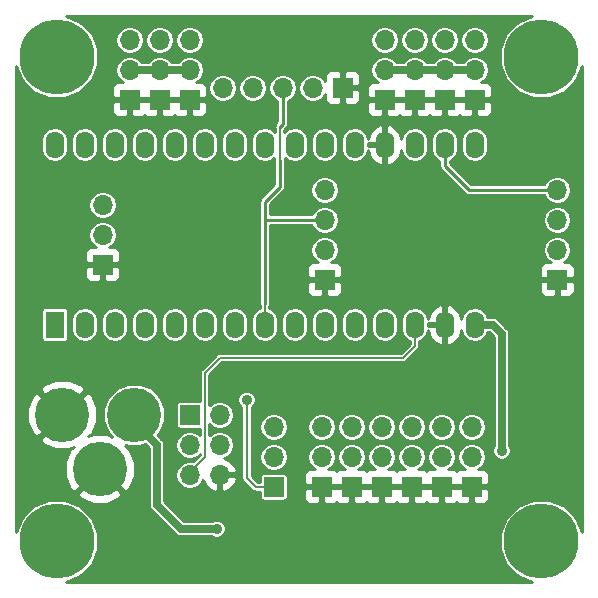
<source format=gbr>
G04 #@! TF.GenerationSoftware,KiCad,Pcbnew,(5.0.2)-1*
G04 #@! TF.CreationDate,2019-07-01T14:36:02-04:00*
G04 #@! TF.ProjectId,NANO-BKOUT,4e414e4f-2d42-44b4-9f55-542e6b696361,X1*
G04 #@! TF.SameCoordinates,Original*
G04 #@! TF.FileFunction,Copper,L2,Bot*
G04 #@! TF.FilePolarity,Positive*
%FSLAX46Y46*%
G04 Gerber Fmt 4.6, Leading zero omitted, Abs format (unit mm)*
G04 Created by KiCad (PCBNEW (5.0.2)-1) date 7/1/2019 2:36:02 PM*
%MOMM*%
%LPD*%
G01*
G04 APERTURE LIST*
G04 #@! TA.AperFunction,ComponentPad*
%ADD10R,1.574800X2.286000*%
G04 #@! TD*
G04 #@! TA.AperFunction,ComponentPad*
%ADD11O,1.574800X2.286000*%
G04 #@! TD*
G04 #@! TA.AperFunction,ComponentPad*
%ADD12R,1.700000X1.700000*%
G04 #@! TD*
G04 #@! TA.AperFunction,ComponentPad*
%ADD13O,1.700000X1.700000*%
G04 #@! TD*
G04 #@! TA.AperFunction,ComponentPad*
%ADD14C,4.600000*%
G04 #@! TD*
G04 #@! TA.AperFunction,ComponentPad*
%ADD15C,6.350000*%
G04 #@! TD*
G04 #@! TA.AperFunction,ViaPad*
%ADD16C,0.889000*%
G04 #@! TD*
G04 #@! TA.AperFunction,Conductor*
%ADD17C,0.635000*%
G04 #@! TD*
G04 #@! TA.AperFunction,Conductor*
%ADD18C,0.254000*%
G04 #@! TD*
G04 #@! TA.AperFunction,Conductor*
%ADD19C,0.152400*%
G04 #@! TD*
G04 #@! TA.AperFunction,Conductor*
%ADD20C,0.203200*%
G04 #@! TD*
G04 APERTURE END LIST*
D10*
G04 #@! TO.P,U5,1*
G04 #@! TO.N,/D13*
X3810000Y-26670000D03*
D11*
G04 #@! TO.P,U5,2*
G04 #@! TO.N,Net-(U5-Pad2)*
X6350000Y-26670000D03*
G04 #@! TO.P,U5,3*
G04 #@! TO.N,/AREF*
X8890000Y-26670000D03*
G04 #@! TO.P,U5,4*
G04 #@! TO.N,/A0*
X11430000Y-26670000D03*
G04 #@! TO.P,U5,5*
G04 #@! TO.N,/A1*
X13970000Y-26670000D03*
G04 #@! TO.P,U5,6*
G04 #@! TO.N,/A2*
X16510000Y-26670000D03*
G04 #@! TO.P,U5,7*
G04 #@! TO.N,/A3*
X19050000Y-26670000D03*
G04 #@! TO.P,U5,8*
G04 #@! TO.N,/SDA*
X21590000Y-26670000D03*
G04 #@! TO.P,U5,9*
G04 #@! TO.N,/SCL*
X24130000Y-26670000D03*
G04 #@! TO.P,U5,10*
G04 #@! TO.N,/A6*
X26670000Y-26670000D03*
G04 #@! TO.P,U5,11*
G04 #@! TO.N,/A7*
X29210000Y-26670000D03*
G04 #@! TO.P,U5,12*
G04 #@! TO.N,+5V*
X31750000Y-26670000D03*
G04 #@! TO.P,U5,13*
G04 #@! TO.N,/~RST*
X34290000Y-26670000D03*
G04 #@! TO.P,U5,14*
G04 #@! TO.N,GND*
X36830000Y-26670000D03*
G04 #@! TO.P,U5,15*
G04 #@! TO.N,+9V*
X39370000Y-26670000D03*
G04 #@! TO.P,U5,16*
G04 #@! TO.N,/D0*
X39370000Y-11430000D03*
G04 #@! TO.P,U5,17*
G04 #@! TO.N,/D1*
X36830000Y-11430000D03*
G04 #@! TO.P,U5,18*
G04 #@! TO.N,Net-(U5-Pad18)*
X34290000Y-11430000D03*
G04 #@! TO.P,U5,19*
G04 #@! TO.N,GND*
X31750000Y-11430000D03*
G04 #@! TO.P,U5,20*
G04 #@! TO.N,/D2*
X29210000Y-11430000D03*
G04 #@! TO.P,U5,21*
G04 #@! TO.N,/D3*
X26670000Y-11430000D03*
G04 #@! TO.P,U5,22*
G04 #@! TO.N,/D4*
X24130000Y-11430000D03*
G04 #@! TO.P,U5,23*
G04 #@! TO.N,/D5*
X21590000Y-11430000D03*
G04 #@! TO.P,U5,24*
G04 #@! TO.N,/D6*
X19050000Y-11430000D03*
G04 #@! TO.P,U5,25*
G04 #@! TO.N,/D7*
X16510000Y-11430000D03*
G04 #@! TO.P,U5,26*
G04 #@! TO.N,/D8*
X13970000Y-11430000D03*
G04 #@! TO.P,U5,27*
G04 #@! TO.N,/D9*
X11430000Y-11430000D03*
G04 #@! TO.P,U5,28*
G04 #@! TO.N,/D10*
X8890000Y-11430000D03*
G04 #@! TO.P,U5,29*
G04 #@! TO.N,/D11*
X6350000Y-11430000D03*
G04 #@! TO.P,U5,30*
G04 #@! TO.N,/D12*
X3810000Y-11430000D03*
G04 #@! TD*
D12*
G04 #@! TO.P,H1,1*
G04 #@! TO.N,GND*
X26416000Y-40386000D03*
D13*
G04 #@! TO.P,H1,2*
G04 #@! TO.N,Net-(H1-Pad2)*
X26416000Y-37846000D03*
G04 #@! TO.P,H1,3*
G04 #@! TO.N,/A0*
X26416000Y-35306000D03*
G04 #@! TD*
G04 #@! TO.P,H2,3*
G04 #@! TO.N,/A1*
X28956000Y-35306000D03*
G04 #@! TO.P,H2,2*
G04 #@! TO.N,Net-(H1-Pad2)*
X28956000Y-37846000D03*
D12*
G04 #@! TO.P,H2,1*
G04 #@! TO.N,GND*
X28956000Y-40386000D03*
G04 #@! TD*
G04 #@! TO.P,H3,1*
G04 #@! TO.N,GND*
X31496000Y-40386000D03*
D13*
G04 #@! TO.P,H3,2*
G04 #@! TO.N,Net-(H1-Pad2)*
X31496000Y-37846000D03*
G04 #@! TO.P,H3,3*
G04 #@! TO.N,/A2*
X31496000Y-35306000D03*
G04 #@! TD*
G04 #@! TO.P,H4,3*
G04 #@! TO.N,/A3*
X34036000Y-35306000D03*
G04 #@! TO.P,H4,2*
G04 #@! TO.N,Net-(H1-Pad2)*
X34036000Y-37846000D03*
D12*
G04 #@! TO.P,H4,1*
G04 #@! TO.N,GND*
X34036000Y-40386000D03*
G04 #@! TD*
G04 #@! TO.P,H5,1*
G04 #@! TO.N,GND*
X36576000Y-40386000D03*
D13*
G04 #@! TO.P,H5,2*
G04 #@! TO.N,Net-(H1-Pad2)*
X36576000Y-37846000D03*
G04 #@! TO.P,H5,3*
G04 #@! TO.N,/A6*
X36576000Y-35306000D03*
G04 #@! TD*
G04 #@! TO.P,H6,3*
G04 #@! TO.N,/A7*
X39116000Y-35306000D03*
G04 #@! TO.P,H6,2*
G04 #@! TO.N,Net-(H1-Pad2)*
X39116000Y-37846000D03*
D12*
G04 #@! TO.P,H6,1*
G04 #@! TO.N,GND*
X39116000Y-40386000D03*
G04 #@! TD*
G04 #@! TO.P,H7,1*
G04 #@! TO.N,GND*
X28194000Y-6604000D03*
D13*
G04 #@! TO.P,H7,2*
G04 #@! TO.N,+5V*
X25654000Y-6604000D03*
G04 #@! TO.P,H7,3*
G04 #@! TO.N,/SDA*
X23114000Y-6604000D03*
G04 #@! TO.P,H7,4*
G04 #@! TO.N,/SCL*
X20574000Y-6604000D03*
G04 #@! TO.P,H7,5*
G04 #@! TO.N,/D6*
X18034000Y-6604000D03*
G04 #@! TD*
D12*
G04 #@! TO.P,H8,1*
G04 #@! TO.N,/D12*
X15240000Y-34290000D03*
D13*
G04 #@! TO.P,H8,2*
G04 #@! TO.N,+5V*
X17780000Y-34290000D03*
G04 #@! TO.P,H8,3*
G04 #@! TO.N,/D13*
X15240000Y-36830000D03*
G04 #@! TO.P,H8,4*
G04 #@! TO.N,/D11*
X17780000Y-36830000D03*
G04 #@! TO.P,H8,5*
G04 #@! TO.N,/~RST*
X15240000Y-39370000D03*
G04 #@! TO.P,H8,6*
G04 #@! TO.N,GND*
X17780000Y-39370000D03*
G04 #@! TD*
D12*
G04 #@! TO.P,H9,1*
G04 #@! TO.N,GND*
X10160000Y-7620000D03*
D13*
G04 #@! TO.P,H9,2*
G04 #@! TO.N,+5V*
X10160000Y-5080000D03*
G04 #@! TO.P,H9,3*
G04 #@! TO.N,/D9*
X10160000Y-2540000D03*
G04 #@! TD*
G04 #@! TO.P,H10,3*
G04 #@! TO.N,/D8*
X12700000Y-2540000D03*
G04 #@! TO.P,H10,2*
G04 #@! TO.N,+5V*
X12700000Y-5080000D03*
D12*
G04 #@! TO.P,H10,1*
G04 #@! TO.N,GND*
X12700000Y-7620000D03*
G04 #@! TD*
G04 #@! TO.P,H11,1*
G04 #@! TO.N,GND*
X15240000Y-7620000D03*
D13*
G04 #@! TO.P,H11,2*
G04 #@! TO.N,+5V*
X15240000Y-5080000D03*
G04 #@! TO.P,H11,3*
G04 #@! TO.N,/D7*
X15240000Y-2540000D03*
G04 #@! TD*
D12*
G04 #@! TO.P,H12,1*
G04 #@! TO.N,GND*
X31750000Y-7620000D03*
D13*
G04 #@! TO.P,H12,2*
G04 #@! TO.N,+5V*
X31750000Y-5080000D03*
G04 #@! TO.P,H12,3*
G04 #@! TO.N,/D5*
X31750000Y-2540000D03*
G04 #@! TD*
D12*
G04 #@! TO.P,H13,1*
G04 #@! TO.N,GND*
X26670000Y-22860000D03*
D13*
G04 #@! TO.P,H13,2*
G04 #@! TO.N,+5V*
X26670000Y-20320000D03*
G04 #@! TO.P,H13,3*
G04 #@! TO.N,/SDA*
X26670000Y-17780000D03*
G04 #@! TO.P,H13,4*
G04 #@! TO.N,/SCL*
X26670000Y-15240000D03*
G04 #@! TD*
D12*
G04 #@! TO.P,H14,1*
G04 #@! TO.N,GND*
X34290000Y-7620000D03*
D13*
G04 #@! TO.P,H14,2*
G04 #@! TO.N,+5V*
X34290000Y-5080000D03*
G04 #@! TO.P,H14,3*
G04 #@! TO.N,/D4*
X34290000Y-2540000D03*
G04 #@! TD*
G04 #@! TO.P,H15,3*
G04 #@! TO.N,/D3*
X36830000Y-2540000D03*
G04 #@! TO.P,H15,2*
G04 #@! TO.N,+5V*
X36830000Y-5080000D03*
D12*
G04 #@! TO.P,H15,1*
G04 #@! TO.N,GND*
X36830000Y-7620000D03*
G04 #@! TD*
G04 #@! TO.P,H16,1*
G04 #@! TO.N,GND*
X39370000Y-7620000D03*
D13*
G04 #@! TO.P,H16,2*
G04 #@! TO.N,+5V*
X39370000Y-5080000D03*
G04 #@! TO.P,H16,3*
G04 #@! TO.N,/D2*
X39370000Y-2540000D03*
G04 #@! TD*
G04 #@! TO.P,H17,4*
G04 #@! TO.N,/D1*
X46355000Y-15240000D03*
G04 #@! TO.P,H17,3*
G04 #@! TO.N,/D0*
X46355000Y-17780000D03*
G04 #@! TO.P,H17,2*
G04 #@! TO.N,+5V*
X46355000Y-20320000D03*
D12*
G04 #@! TO.P,H17,1*
G04 #@! TO.N,GND*
X46355000Y-22860000D03*
G04 #@! TD*
D13*
G04 #@! TO.P,H18,3*
G04 #@! TO.N,+5V*
X22352000Y-35306000D03*
G04 #@! TO.P,H18,2*
G04 #@! TO.N,Net-(H1-Pad2)*
X22352000Y-37846000D03*
D12*
G04 #@! TO.P,H18,1*
G04 #@! TO.N,/AREF*
X22352000Y-40386000D03*
G04 #@! TD*
D13*
G04 #@! TO.P,H19,3*
G04 #@! TO.N,/D10*
X7874000Y-16510000D03*
G04 #@! TO.P,H19,2*
G04 #@! TO.N,+5V*
X7874000Y-19050000D03*
D12*
G04 #@! TO.P,H19,1*
G04 #@! TO.N,GND*
X7874000Y-21590000D03*
G04 #@! TD*
D14*
G04 #@! TO.P,J1,2*
G04 #@! TO.N,GND*
X4445000Y-34290000D03*
G04 #@! TO.P,J1,1*
G04 #@! TO.N,+9V*
X10545000Y-34290000D03*
G04 #@! TO.P,J1,3*
G04 #@! TO.N,GND*
X7645000Y-38890000D03*
G04 #@! TD*
D15*
G04 #@! TO.P,MTG1,1*
G04 #@! TO.N,Net-(MTG1-Pad1)*
X4000000Y-4000000D03*
G04 #@! TD*
G04 #@! TO.P,MTG2,1*
G04 #@! TO.N,Net-(MTG2-Pad1)*
X45000000Y-4000000D03*
G04 #@! TD*
G04 #@! TO.P,MTG3,1*
G04 #@! TO.N,Net-(MTG3-Pad1)*
X4000000Y-45000000D03*
G04 #@! TD*
G04 #@! TO.P,MTG4,1*
G04 #@! TO.N,Net-(MTG4-Pad1)*
X45000000Y-45000000D03*
G04 #@! TD*
D16*
G04 #@! TO.N,GND*
X36576000Y-16510000D03*
X35052000Y-19558000D03*
G04 #@! TO.N,+9V*
X41656000Y-37338000D03*
X17526000Y-43942000D03*
G04 #@! TO.N,/AREF*
X20066000Y-33020000D03*
G04 #@! TD*
D17*
G04 #@! TO.N,+5V*
X12700000Y-5080000D02*
X15240000Y-5080000D01*
X10160000Y-5080000D02*
X12700000Y-5080000D01*
X36830000Y-5080000D02*
X39370000Y-5080000D01*
X34290000Y-5080000D02*
X36830000Y-5080000D01*
X31750000Y-5080000D02*
X34290000Y-5080000D01*
G04 #@! TO.N,+9V*
X40894000Y-26670000D02*
X39370000Y-26670000D01*
X41656000Y-27432000D02*
X40894000Y-26670000D01*
X41656000Y-37338000D02*
X41656000Y-27432000D01*
X10445000Y-34290000D02*
X10445000Y-34829000D01*
X10445000Y-34829000D02*
X12446000Y-36830000D01*
X14478000Y-43942000D02*
X17526000Y-43942000D01*
X12446000Y-41910000D02*
X14478000Y-43942000D01*
X12446000Y-36830000D02*
X12446000Y-41910000D01*
D18*
G04 #@! TO.N,/SDA*
X26670000Y-17780000D02*
X21590000Y-17780000D01*
X23114000Y-6604000D02*
X23114000Y-9652000D01*
X23114000Y-9652000D02*
X22860000Y-9906000D01*
X21590000Y-24892000D02*
X21590000Y-17780000D01*
X21590000Y-17780000D02*
X21590000Y-16256000D01*
X22860000Y-14986000D02*
X22860000Y-12700000D01*
X21590000Y-16256000D02*
X22860000Y-14986000D01*
D19*
X22860000Y-9906000D02*
X22860000Y-12700000D01*
X23114000Y-9652000D02*
X22860000Y-9906000D01*
X21590000Y-24892000D02*
X21590000Y-26670000D01*
G04 #@! TO.N,/~RST*
X15240000Y-39370000D02*
X15240000Y-39116000D01*
X15240000Y-39116000D02*
X16510000Y-37846000D01*
X16510000Y-37846000D02*
X16510000Y-30734000D01*
X16510000Y-30734000D02*
X17780000Y-29464000D01*
X17780000Y-29464000D02*
X33274000Y-29464000D01*
X33274000Y-29464000D02*
X34290000Y-28448000D01*
X34290000Y-28448000D02*
X34290000Y-26670000D01*
D18*
G04 #@! TO.N,/D1*
X46355000Y-15240000D02*
X38862000Y-15240000D01*
X36830000Y-13208000D02*
X36830000Y-11430000D01*
X38862000Y-15240000D02*
X36830000Y-13208000D01*
D20*
X36830000Y-11430000D02*
X36830000Y-11938000D01*
G04 #@! TO.N,/AREF*
X22352000Y-40386000D02*
X20828000Y-40386000D01*
X20066000Y-39624000D02*
X20066000Y-33020000D01*
X20828000Y-40386000D02*
X20066000Y-39624000D01*
G04 #@! TD*
D18*
G04 #@! TO.N,GND*
G36*
X43014464Y-1028435D02*
X42028435Y-2014464D01*
X41494800Y-3302772D01*
X41494800Y-4697228D01*
X42028435Y-5985536D01*
X43014464Y-6971565D01*
X44302772Y-7505200D01*
X45697228Y-7505200D01*
X46985536Y-6971565D01*
X47971565Y-5985536D01*
X48479300Y-4759756D01*
X48479301Y-44240246D01*
X47971565Y-43014464D01*
X46985536Y-42028435D01*
X45697228Y-41494800D01*
X44302772Y-41494800D01*
X43014464Y-42028435D01*
X42028435Y-43014464D01*
X41494800Y-44302772D01*
X41494800Y-45697228D01*
X42028435Y-46985536D01*
X43014464Y-47971565D01*
X44240244Y-48479300D01*
X4759756Y-48479300D01*
X5985536Y-47971565D01*
X6971565Y-46985536D01*
X7505200Y-45697228D01*
X7505200Y-44302772D01*
X6971565Y-43014464D01*
X5985536Y-42028435D01*
X4697228Y-41494800D01*
X3302772Y-41494800D01*
X2014464Y-42028435D01*
X1028435Y-43014464D01*
X520700Y-44240244D01*
X520700Y-40981553D01*
X5733052Y-40981553D01*
X5990383Y-41383451D01*
X7070536Y-41826843D01*
X8238145Y-41823127D01*
X9299617Y-41383451D01*
X9556948Y-40981553D01*
X7645000Y-39069605D01*
X5733052Y-40981553D01*
X520700Y-40981553D01*
X520700Y-36381553D01*
X2533052Y-36381553D01*
X2790383Y-36783451D01*
X3870536Y-37226843D01*
X5038145Y-37223127D01*
X5413538Y-37067634D01*
X5151549Y-37235383D01*
X4708157Y-38315536D01*
X4711873Y-39483145D01*
X5151549Y-40544617D01*
X5553447Y-40801948D01*
X7465395Y-38890000D01*
X7451253Y-38875858D01*
X7630858Y-38696253D01*
X7645000Y-38710395D01*
X7659143Y-38696253D01*
X7838748Y-38875858D01*
X7824605Y-38890000D01*
X9736553Y-40801948D01*
X10138451Y-40544617D01*
X10581843Y-39464464D01*
X10578127Y-38296855D01*
X10138451Y-37235383D01*
X9736555Y-36978053D01*
X9849062Y-36865546D01*
X9820203Y-36836687D01*
X10021821Y-36920200D01*
X11068179Y-36920200D01*
X11458527Y-36758513D01*
X11798300Y-37098286D01*
X11798301Y-41846203D01*
X11785611Y-41910000D01*
X11835880Y-42162719D01*
X11835881Y-42162720D01*
X11979035Y-42376966D01*
X12033118Y-42413103D01*
X13974897Y-44354883D01*
X14011034Y-44408966D01*
X14196361Y-44532797D01*
X14225280Y-44552120D01*
X14478000Y-44602389D01*
X14541792Y-44589700D01*
X17078109Y-44589700D01*
X17087168Y-44598759D01*
X17371903Y-44716700D01*
X17680097Y-44716700D01*
X17964832Y-44598759D01*
X18182759Y-44380832D01*
X18300700Y-44096097D01*
X18300700Y-43787903D01*
X18182759Y-43503168D01*
X17964832Y-43285241D01*
X17680097Y-43167300D01*
X17371903Y-43167300D01*
X17087168Y-43285241D01*
X17078109Y-43294300D01*
X14746286Y-43294300D01*
X13093700Y-41641715D01*
X13093700Y-36893790D01*
X13106388Y-36830000D01*
X14036679Y-36830000D01*
X14128276Y-37290491D01*
X14389124Y-37680876D01*
X14779509Y-37941724D01*
X15123762Y-38010200D01*
X15356238Y-38010200D01*
X15700491Y-37941724D01*
X16090876Y-37680876D01*
X16103600Y-37661833D01*
X16103600Y-37677664D01*
X15552438Y-38228827D01*
X15356238Y-38189800D01*
X15123762Y-38189800D01*
X14779509Y-38258276D01*
X14389124Y-38519124D01*
X14128276Y-38909509D01*
X14036679Y-39370000D01*
X14128276Y-39830491D01*
X14389124Y-40220876D01*
X14779509Y-40481724D01*
X15123762Y-40550200D01*
X15356238Y-40550200D01*
X15700491Y-40481724D01*
X16090876Y-40220876D01*
X16351724Y-39830491D01*
X16361363Y-39782032D01*
X16508355Y-40136924D01*
X16898642Y-40565183D01*
X17423108Y-40811486D01*
X17653000Y-40690819D01*
X17653000Y-39497000D01*
X17907000Y-39497000D01*
X17907000Y-40690819D01*
X18136892Y-40811486D01*
X18661358Y-40565183D01*
X19051645Y-40136924D01*
X19221476Y-39726890D01*
X19100155Y-39497000D01*
X17907000Y-39497000D01*
X17653000Y-39497000D01*
X17633000Y-39497000D01*
X17633000Y-39243000D01*
X17653000Y-39243000D01*
X17653000Y-39223000D01*
X17907000Y-39223000D01*
X17907000Y-39243000D01*
X19100155Y-39243000D01*
X19221476Y-39013110D01*
X19051645Y-38603076D01*
X18661358Y-38174817D01*
X18187476Y-37952269D01*
X18240491Y-37941724D01*
X18630876Y-37680876D01*
X18891724Y-37290491D01*
X18983321Y-36830000D01*
X18891724Y-36369509D01*
X18630876Y-35979124D01*
X18240491Y-35718276D01*
X17896238Y-35649800D01*
X17663762Y-35649800D01*
X17319509Y-35718276D01*
X16929124Y-35979124D01*
X16916400Y-35998167D01*
X16916400Y-35121833D01*
X16929124Y-35140876D01*
X17319509Y-35401724D01*
X17663762Y-35470200D01*
X17896238Y-35470200D01*
X18240491Y-35401724D01*
X18630876Y-35140876D01*
X18891724Y-34750491D01*
X18983321Y-34290000D01*
X18891724Y-33829509D01*
X18630876Y-33439124D01*
X18240491Y-33178276D01*
X17896238Y-33109800D01*
X17663762Y-33109800D01*
X17319509Y-33178276D01*
X16929124Y-33439124D01*
X16916400Y-33458167D01*
X16916400Y-32865903D01*
X19291300Y-32865903D01*
X19291300Y-33174097D01*
X19409241Y-33458832D01*
X19627168Y-33676759D01*
X19634201Y-33679672D01*
X19634200Y-39581478D01*
X19625742Y-39624000D01*
X19634200Y-39666522D01*
X19634200Y-39666525D01*
X19659254Y-39792479D01*
X19754690Y-39935310D01*
X19790742Y-39959399D01*
X20492602Y-40661260D01*
X20516690Y-40697310D01*
X20552740Y-40721398D01*
X20552741Y-40721399D01*
X20659520Y-40792746D01*
X20828000Y-40826259D01*
X20870526Y-40817800D01*
X21165331Y-40817800D01*
X21165331Y-41236000D01*
X21190958Y-41364838D01*
X21263939Y-41474061D01*
X21373162Y-41547042D01*
X21502000Y-41572669D01*
X23202000Y-41572669D01*
X23330838Y-41547042D01*
X23440061Y-41474061D01*
X23513042Y-41364838D01*
X23538669Y-41236000D01*
X23538669Y-40671750D01*
X24931000Y-40671750D01*
X24931000Y-41362310D01*
X25027673Y-41595699D01*
X25206302Y-41774327D01*
X25439691Y-41871000D01*
X26130250Y-41871000D01*
X26289000Y-41712250D01*
X26289000Y-40513000D01*
X26543000Y-40513000D01*
X26543000Y-41712250D01*
X26701750Y-41871000D01*
X27392309Y-41871000D01*
X27625698Y-41774327D01*
X27686000Y-41714025D01*
X27746302Y-41774327D01*
X27979691Y-41871000D01*
X28670250Y-41871000D01*
X28829000Y-41712250D01*
X28829000Y-40513000D01*
X29083000Y-40513000D01*
X29083000Y-41712250D01*
X29241750Y-41871000D01*
X29932309Y-41871000D01*
X30165698Y-41774327D01*
X30226000Y-41714025D01*
X30286302Y-41774327D01*
X30519691Y-41871000D01*
X31210250Y-41871000D01*
X31369000Y-41712250D01*
X31369000Y-40513000D01*
X31623000Y-40513000D01*
X31623000Y-41712250D01*
X31781750Y-41871000D01*
X32472309Y-41871000D01*
X32705698Y-41774327D01*
X32766000Y-41714025D01*
X32826302Y-41774327D01*
X33059691Y-41871000D01*
X33750250Y-41871000D01*
X33909000Y-41712250D01*
X33909000Y-40513000D01*
X34163000Y-40513000D01*
X34163000Y-41712250D01*
X34321750Y-41871000D01*
X35012309Y-41871000D01*
X35245698Y-41774327D01*
X35306000Y-41714025D01*
X35366302Y-41774327D01*
X35599691Y-41871000D01*
X36290250Y-41871000D01*
X36449000Y-41712250D01*
X36449000Y-40513000D01*
X36703000Y-40513000D01*
X36703000Y-41712250D01*
X36861750Y-41871000D01*
X37552309Y-41871000D01*
X37785698Y-41774327D01*
X37846000Y-41714025D01*
X37906302Y-41774327D01*
X38139691Y-41871000D01*
X38830250Y-41871000D01*
X38989000Y-41712250D01*
X38989000Y-40513000D01*
X39243000Y-40513000D01*
X39243000Y-41712250D01*
X39401750Y-41871000D01*
X40092309Y-41871000D01*
X40325698Y-41774327D01*
X40504327Y-41595699D01*
X40601000Y-41362310D01*
X40601000Y-40671750D01*
X40442250Y-40513000D01*
X39243000Y-40513000D01*
X38989000Y-40513000D01*
X36703000Y-40513000D01*
X36449000Y-40513000D01*
X34163000Y-40513000D01*
X33909000Y-40513000D01*
X31623000Y-40513000D01*
X31369000Y-40513000D01*
X29083000Y-40513000D01*
X28829000Y-40513000D01*
X26543000Y-40513000D01*
X26289000Y-40513000D01*
X25089750Y-40513000D01*
X24931000Y-40671750D01*
X23538669Y-40671750D01*
X23538669Y-39536000D01*
X23513545Y-39409690D01*
X24931000Y-39409690D01*
X24931000Y-40100250D01*
X25089750Y-40259000D01*
X26289000Y-40259000D01*
X26289000Y-40239000D01*
X26543000Y-40239000D01*
X26543000Y-40259000D01*
X28829000Y-40259000D01*
X28829000Y-40239000D01*
X29083000Y-40239000D01*
X29083000Y-40259000D01*
X31369000Y-40259000D01*
X31369000Y-40239000D01*
X31623000Y-40239000D01*
X31623000Y-40259000D01*
X33909000Y-40259000D01*
X33909000Y-40239000D01*
X34163000Y-40239000D01*
X34163000Y-40259000D01*
X36449000Y-40259000D01*
X36449000Y-40239000D01*
X36703000Y-40239000D01*
X36703000Y-40259000D01*
X38989000Y-40259000D01*
X38989000Y-40239000D01*
X39243000Y-40239000D01*
X39243000Y-40259000D01*
X40442250Y-40259000D01*
X40601000Y-40100250D01*
X40601000Y-39409690D01*
X40504327Y-39176301D01*
X40325698Y-38997673D01*
X40092309Y-38901000D01*
X39661384Y-38901000D01*
X39966876Y-38696876D01*
X40227724Y-38306491D01*
X40319321Y-37846000D01*
X40227724Y-37385509D01*
X39966876Y-36995124D01*
X39576491Y-36734276D01*
X39232238Y-36665800D01*
X38999762Y-36665800D01*
X38655509Y-36734276D01*
X38265124Y-36995124D01*
X38004276Y-37385509D01*
X37912679Y-37846000D01*
X38004276Y-38306491D01*
X38265124Y-38696876D01*
X38570616Y-38901000D01*
X38139691Y-38901000D01*
X37906302Y-38997673D01*
X37846000Y-39057975D01*
X37785698Y-38997673D01*
X37552309Y-38901000D01*
X37121384Y-38901000D01*
X37426876Y-38696876D01*
X37687724Y-38306491D01*
X37779321Y-37846000D01*
X37687724Y-37385509D01*
X37426876Y-36995124D01*
X37036491Y-36734276D01*
X36692238Y-36665800D01*
X36459762Y-36665800D01*
X36115509Y-36734276D01*
X35725124Y-36995124D01*
X35464276Y-37385509D01*
X35372679Y-37846000D01*
X35464276Y-38306491D01*
X35725124Y-38696876D01*
X36030616Y-38901000D01*
X35599691Y-38901000D01*
X35366302Y-38997673D01*
X35306000Y-39057975D01*
X35245698Y-38997673D01*
X35012309Y-38901000D01*
X34581384Y-38901000D01*
X34886876Y-38696876D01*
X35147724Y-38306491D01*
X35239321Y-37846000D01*
X35147724Y-37385509D01*
X34886876Y-36995124D01*
X34496491Y-36734276D01*
X34152238Y-36665800D01*
X33919762Y-36665800D01*
X33575509Y-36734276D01*
X33185124Y-36995124D01*
X32924276Y-37385509D01*
X32832679Y-37846000D01*
X32924276Y-38306491D01*
X33185124Y-38696876D01*
X33490616Y-38901000D01*
X33059691Y-38901000D01*
X32826302Y-38997673D01*
X32766000Y-39057975D01*
X32705698Y-38997673D01*
X32472309Y-38901000D01*
X32041384Y-38901000D01*
X32346876Y-38696876D01*
X32607724Y-38306491D01*
X32699321Y-37846000D01*
X32607724Y-37385509D01*
X32346876Y-36995124D01*
X31956491Y-36734276D01*
X31612238Y-36665800D01*
X31379762Y-36665800D01*
X31035509Y-36734276D01*
X30645124Y-36995124D01*
X30384276Y-37385509D01*
X30292679Y-37846000D01*
X30384276Y-38306491D01*
X30645124Y-38696876D01*
X30950616Y-38901000D01*
X30519691Y-38901000D01*
X30286302Y-38997673D01*
X30226000Y-39057975D01*
X30165698Y-38997673D01*
X29932309Y-38901000D01*
X29501384Y-38901000D01*
X29806876Y-38696876D01*
X30067724Y-38306491D01*
X30159321Y-37846000D01*
X30067724Y-37385509D01*
X29806876Y-36995124D01*
X29416491Y-36734276D01*
X29072238Y-36665800D01*
X28839762Y-36665800D01*
X28495509Y-36734276D01*
X28105124Y-36995124D01*
X27844276Y-37385509D01*
X27752679Y-37846000D01*
X27844276Y-38306491D01*
X28105124Y-38696876D01*
X28410616Y-38901000D01*
X27979691Y-38901000D01*
X27746302Y-38997673D01*
X27686000Y-39057975D01*
X27625698Y-38997673D01*
X27392309Y-38901000D01*
X26961384Y-38901000D01*
X27266876Y-38696876D01*
X27527724Y-38306491D01*
X27619321Y-37846000D01*
X27527724Y-37385509D01*
X27266876Y-36995124D01*
X26876491Y-36734276D01*
X26532238Y-36665800D01*
X26299762Y-36665800D01*
X25955509Y-36734276D01*
X25565124Y-36995124D01*
X25304276Y-37385509D01*
X25212679Y-37846000D01*
X25304276Y-38306491D01*
X25565124Y-38696876D01*
X25870616Y-38901000D01*
X25439691Y-38901000D01*
X25206302Y-38997673D01*
X25027673Y-39176301D01*
X24931000Y-39409690D01*
X23513545Y-39409690D01*
X23513042Y-39407162D01*
X23440061Y-39297939D01*
X23330838Y-39224958D01*
X23202000Y-39199331D01*
X21502000Y-39199331D01*
X21373162Y-39224958D01*
X21263939Y-39297939D01*
X21190958Y-39407162D01*
X21165331Y-39536000D01*
X21165331Y-39954200D01*
X21006858Y-39954200D01*
X20497800Y-39445143D01*
X20497800Y-37846000D01*
X21148679Y-37846000D01*
X21240276Y-38306491D01*
X21501124Y-38696876D01*
X21891509Y-38957724D01*
X22235762Y-39026200D01*
X22468238Y-39026200D01*
X22812491Y-38957724D01*
X23202876Y-38696876D01*
X23463724Y-38306491D01*
X23555321Y-37846000D01*
X23463724Y-37385509D01*
X23202876Y-36995124D01*
X22812491Y-36734276D01*
X22468238Y-36665800D01*
X22235762Y-36665800D01*
X21891509Y-36734276D01*
X21501124Y-36995124D01*
X21240276Y-37385509D01*
X21148679Y-37846000D01*
X20497800Y-37846000D01*
X20497800Y-35306000D01*
X21148679Y-35306000D01*
X21240276Y-35766491D01*
X21501124Y-36156876D01*
X21891509Y-36417724D01*
X22235762Y-36486200D01*
X22468238Y-36486200D01*
X22812491Y-36417724D01*
X23202876Y-36156876D01*
X23463724Y-35766491D01*
X23555321Y-35306000D01*
X25212679Y-35306000D01*
X25304276Y-35766491D01*
X25565124Y-36156876D01*
X25955509Y-36417724D01*
X26299762Y-36486200D01*
X26532238Y-36486200D01*
X26876491Y-36417724D01*
X27266876Y-36156876D01*
X27527724Y-35766491D01*
X27619321Y-35306000D01*
X27752679Y-35306000D01*
X27844276Y-35766491D01*
X28105124Y-36156876D01*
X28495509Y-36417724D01*
X28839762Y-36486200D01*
X29072238Y-36486200D01*
X29416491Y-36417724D01*
X29806876Y-36156876D01*
X30067724Y-35766491D01*
X30159321Y-35306000D01*
X30292679Y-35306000D01*
X30384276Y-35766491D01*
X30645124Y-36156876D01*
X31035509Y-36417724D01*
X31379762Y-36486200D01*
X31612238Y-36486200D01*
X31956491Y-36417724D01*
X32346876Y-36156876D01*
X32607724Y-35766491D01*
X32699321Y-35306000D01*
X32832679Y-35306000D01*
X32924276Y-35766491D01*
X33185124Y-36156876D01*
X33575509Y-36417724D01*
X33919762Y-36486200D01*
X34152238Y-36486200D01*
X34496491Y-36417724D01*
X34886876Y-36156876D01*
X35147724Y-35766491D01*
X35239321Y-35306000D01*
X35372679Y-35306000D01*
X35464276Y-35766491D01*
X35725124Y-36156876D01*
X36115509Y-36417724D01*
X36459762Y-36486200D01*
X36692238Y-36486200D01*
X37036491Y-36417724D01*
X37426876Y-36156876D01*
X37687724Y-35766491D01*
X37779321Y-35306000D01*
X37912679Y-35306000D01*
X38004276Y-35766491D01*
X38265124Y-36156876D01*
X38655509Y-36417724D01*
X38999762Y-36486200D01*
X39232238Y-36486200D01*
X39576491Y-36417724D01*
X39966876Y-36156876D01*
X40227724Y-35766491D01*
X40319321Y-35306000D01*
X40227724Y-34845509D01*
X39966876Y-34455124D01*
X39576491Y-34194276D01*
X39232238Y-34125800D01*
X38999762Y-34125800D01*
X38655509Y-34194276D01*
X38265124Y-34455124D01*
X38004276Y-34845509D01*
X37912679Y-35306000D01*
X37779321Y-35306000D01*
X37687724Y-34845509D01*
X37426876Y-34455124D01*
X37036491Y-34194276D01*
X36692238Y-34125800D01*
X36459762Y-34125800D01*
X36115509Y-34194276D01*
X35725124Y-34455124D01*
X35464276Y-34845509D01*
X35372679Y-35306000D01*
X35239321Y-35306000D01*
X35147724Y-34845509D01*
X34886876Y-34455124D01*
X34496491Y-34194276D01*
X34152238Y-34125800D01*
X33919762Y-34125800D01*
X33575509Y-34194276D01*
X33185124Y-34455124D01*
X32924276Y-34845509D01*
X32832679Y-35306000D01*
X32699321Y-35306000D01*
X32607724Y-34845509D01*
X32346876Y-34455124D01*
X31956491Y-34194276D01*
X31612238Y-34125800D01*
X31379762Y-34125800D01*
X31035509Y-34194276D01*
X30645124Y-34455124D01*
X30384276Y-34845509D01*
X30292679Y-35306000D01*
X30159321Y-35306000D01*
X30067724Y-34845509D01*
X29806876Y-34455124D01*
X29416491Y-34194276D01*
X29072238Y-34125800D01*
X28839762Y-34125800D01*
X28495509Y-34194276D01*
X28105124Y-34455124D01*
X27844276Y-34845509D01*
X27752679Y-35306000D01*
X27619321Y-35306000D01*
X27527724Y-34845509D01*
X27266876Y-34455124D01*
X26876491Y-34194276D01*
X26532238Y-34125800D01*
X26299762Y-34125800D01*
X25955509Y-34194276D01*
X25565124Y-34455124D01*
X25304276Y-34845509D01*
X25212679Y-35306000D01*
X23555321Y-35306000D01*
X23463724Y-34845509D01*
X23202876Y-34455124D01*
X22812491Y-34194276D01*
X22468238Y-34125800D01*
X22235762Y-34125800D01*
X21891509Y-34194276D01*
X21501124Y-34455124D01*
X21240276Y-34845509D01*
X21148679Y-35306000D01*
X20497800Y-35306000D01*
X20497800Y-33679672D01*
X20504832Y-33676759D01*
X20722759Y-33458832D01*
X20840700Y-33174097D01*
X20840700Y-32865903D01*
X20722759Y-32581168D01*
X20504832Y-32363241D01*
X20220097Y-32245300D01*
X19911903Y-32245300D01*
X19627168Y-32363241D01*
X19409241Y-32581168D01*
X19291300Y-32865903D01*
X16916400Y-32865903D01*
X16916400Y-30902335D01*
X17948336Y-29870400D01*
X33233982Y-29870400D01*
X33274000Y-29878360D01*
X33314018Y-29870400D01*
X33314023Y-29870400D01*
X33432569Y-29846820D01*
X33566997Y-29756997D01*
X33589670Y-29723065D01*
X34549069Y-28763667D01*
X34582997Y-28740997D01*
X34672820Y-28606569D01*
X34696400Y-28488023D01*
X34696400Y-28488018D01*
X34704360Y-28448000D01*
X34696400Y-28407982D01*
X34696400Y-28084257D01*
X34726066Y-28078356D01*
X35095745Y-27831345D01*
X35342756Y-27461666D01*
X35407600Y-27135673D01*
X35407600Y-27152600D01*
X35564475Y-27687262D01*
X35914014Y-28121191D01*
X36403004Y-28388327D01*
X36482940Y-28405010D01*
X36703000Y-28282852D01*
X36703000Y-26797000D01*
X35407600Y-26797000D01*
X35407600Y-26543000D01*
X36703000Y-26543000D01*
X36703000Y-25057148D01*
X36957000Y-25057148D01*
X36957000Y-26543000D01*
X36977000Y-26543000D01*
X36977000Y-26797000D01*
X36957000Y-26797000D01*
X36957000Y-28282852D01*
X37177060Y-28405010D01*
X37256996Y-28388327D01*
X37745986Y-28121191D01*
X38095525Y-27687262D01*
X38252400Y-27152600D01*
X38252400Y-27135673D01*
X38317244Y-27461666D01*
X38564256Y-27831345D01*
X38933935Y-28078356D01*
X39370000Y-28165095D01*
X39806066Y-28078356D01*
X40175745Y-27831345D01*
X40422756Y-27461666D01*
X40451393Y-27317700D01*
X40625714Y-27317700D01*
X41008301Y-27700287D01*
X41008300Y-36890109D01*
X40999241Y-36899168D01*
X40881300Y-37183903D01*
X40881300Y-37492097D01*
X40999241Y-37776832D01*
X41217168Y-37994759D01*
X41501903Y-38112700D01*
X41810097Y-38112700D01*
X42094832Y-37994759D01*
X42312759Y-37776832D01*
X42430700Y-37492097D01*
X42430700Y-37183903D01*
X42312759Y-36899168D01*
X42303700Y-36890109D01*
X42303700Y-27495792D01*
X42316389Y-27432000D01*
X42266120Y-27179280D01*
X42159101Y-27019114D01*
X42122966Y-26965034D01*
X42068886Y-26928899D01*
X41397104Y-26257119D01*
X41360966Y-26203034D01*
X41146720Y-26059880D01*
X40957792Y-26022300D01*
X40894000Y-26009611D01*
X40830208Y-26022300D01*
X40451393Y-26022300D01*
X40422756Y-25878334D01*
X40175745Y-25508655D01*
X39806065Y-25261644D01*
X39370000Y-25174905D01*
X38933934Y-25261644D01*
X38564255Y-25508655D01*
X38317244Y-25878335D01*
X38252400Y-26204327D01*
X38252400Y-26187400D01*
X38095525Y-25652738D01*
X37745986Y-25218809D01*
X37256996Y-24951673D01*
X37177060Y-24934990D01*
X36957000Y-25057148D01*
X36703000Y-25057148D01*
X36482940Y-24934990D01*
X36403004Y-24951673D01*
X35914014Y-25218809D01*
X35564475Y-25652738D01*
X35407600Y-26187400D01*
X35407600Y-26204327D01*
X35342756Y-25878334D01*
X35095745Y-25508655D01*
X34726065Y-25261644D01*
X34290000Y-25174905D01*
X33853934Y-25261644D01*
X33484255Y-25508655D01*
X33237244Y-25878335D01*
X33172400Y-26204328D01*
X33172400Y-27135673D01*
X33237244Y-27461666D01*
X33484256Y-27831345D01*
X33853935Y-28078356D01*
X33883600Y-28084257D01*
X33883600Y-28279664D01*
X33105665Y-29057600D01*
X17820017Y-29057600D01*
X17779999Y-29049640D01*
X17739981Y-29057600D01*
X17739977Y-29057600D01*
X17621431Y-29081180D01*
X17487003Y-29171003D01*
X17464332Y-29204932D01*
X16250933Y-30418332D01*
X16217004Y-30441003D01*
X16194333Y-30474932D01*
X16194332Y-30474933D01*
X16127181Y-30575431D01*
X16095640Y-30734000D01*
X16103601Y-30774023D01*
X16103601Y-33106036D01*
X16090000Y-33103331D01*
X14390000Y-33103331D01*
X14261162Y-33128958D01*
X14151939Y-33201939D01*
X14078958Y-33311162D01*
X14053331Y-33440000D01*
X14053331Y-35140000D01*
X14078958Y-35268838D01*
X14151939Y-35378061D01*
X14261162Y-35451042D01*
X14390000Y-35476669D01*
X16090000Y-35476669D01*
X16103600Y-35473964D01*
X16103600Y-35998167D01*
X16090876Y-35979124D01*
X15700491Y-35718276D01*
X15356238Y-35649800D01*
X15123762Y-35649800D01*
X14779509Y-35718276D01*
X14389124Y-35979124D01*
X14128276Y-36369509D01*
X14036679Y-36830000D01*
X13106388Y-36830000D01*
X13106389Y-36829999D01*
X13076799Y-36681241D01*
X13056120Y-36577280D01*
X12912966Y-36363034D01*
X12858884Y-36326898D01*
X12543325Y-36011340D01*
X12774776Y-35779889D01*
X13175200Y-34813179D01*
X13175200Y-33766821D01*
X12774776Y-32800111D01*
X12034889Y-32060224D01*
X11068179Y-31659800D01*
X10021821Y-31659800D01*
X9055111Y-32060224D01*
X8315224Y-32800111D01*
X7914800Y-33766821D01*
X7914800Y-34813179D01*
X8315224Y-35779889D01*
X8675823Y-36140488D01*
X8219464Y-35953157D01*
X7051855Y-35956873D01*
X6676462Y-36112366D01*
X6938451Y-35944617D01*
X7381843Y-34864464D01*
X7378127Y-33696855D01*
X6938451Y-32635383D01*
X6536553Y-32378052D01*
X4624605Y-34290000D01*
X4638748Y-34304143D01*
X4459143Y-34483748D01*
X4445000Y-34469605D01*
X2533052Y-36381553D01*
X520700Y-36381553D01*
X520700Y-33715536D01*
X1508157Y-33715536D01*
X1511873Y-34883145D01*
X1951549Y-35944617D01*
X2353447Y-36201948D01*
X4265395Y-34290000D01*
X2353447Y-32378052D01*
X1951549Y-32635383D01*
X1508157Y-33715536D01*
X520700Y-33715536D01*
X520700Y-32198447D01*
X2533052Y-32198447D01*
X4445000Y-34110395D01*
X6356948Y-32198447D01*
X6099617Y-31796549D01*
X5019464Y-31353157D01*
X3851855Y-31356873D01*
X2790383Y-31796549D01*
X2533052Y-32198447D01*
X520700Y-32198447D01*
X520700Y-25527000D01*
X2685931Y-25527000D01*
X2685931Y-27813000D01*
X2711558Y-27941838D01*
X2784539Y-28051061D01*
X2893762Y-28124042D01*
X3022600Y-28149669D01*
X4597400Y-28149669D01*
X4726238Y-28124042D01*
X4835461Y-28051061D01*
X4908442Y-27941838D01*
X4934069Y-27813000D01*
X4934069Y-26204328D01*
X5232400Y-26204328D01*
X5232400Y-27135673D01*
X5297244Y-27461666D01*
X5544256Y-27831345D01*
X5913935Y-28078356D01*
X6350000Y-28165095D01*
X6786066Y-28078356D01*
X7155745Y-27831345D01*
X7402756Y-27461666D01*
X7467600Y-27135672D01*
X7467600Y-26204328D01*
X7772400Y-26204328D01*
X7772400Y-27135673D01*
X7837244Y-27461666D01*
X8084256Y-27831345D01*
X8453935Y-28078356D01*
X8890000Y-28165095D01*
X9326066Y-28078356D01*
X9695745Y-27831345D01*
X9942756Y-27461666D01*
X10007600Y-27135672D01*
X10007600Y-26204328D01*
X10312400Y-26204328D01*
X10312400Y-27135673D01*
X10377244Y-27461666D01*
X10624256Y-27831345D01*
X10993935Y-28078356D01*
X11430000Y-28165095D01*
X11866066Y-28078356D01*
X12235745Y-27831345D01*
X12482756Y-27461666D01*
X12547600Y-27135672D01*
X12547600Y-26204328D01*
X12852400Y-26204328D01*
X12852400Y-27135673D01*
X12917244Y-27461666D01*
X13164256Y-27831345D01*
X13533935Y-28078356D01*
X13970000Y-28165095D01*
X14406066Y-28078356D01*
X14775745Y-27831345D01*
X15022756Y-27461666D01*
X15087600Y-27135672D01*
X15087600Y-26204328D01*
X15392400Y-26204328D01*
X15392400Y-27135673D01*
X15457244Y-27461666D01*
X15704256Y-27831345D01*
X16073935Y-28078356D01*
X16510000Y-28165095D01*
X16946066Y-28078356D01*
X17315745Y-27831345D01*
X17562756Y-27461666D01*
X17627600Y-27135672D01*
X17627600Y-26204328D01*
X17932400Y-26204328D01*
X17932400Y-27135673D01*
X17997244Y-27461666D01*
X18244256Y-27831345D01*
X18613935Y-28078356D01*
X19050000Y-28165095D01*
X19486066Y-28078356D01*
X19855745Y-27831345D01*
X20102756Y-27461666D01*
X20167600Y-27135672D01*
X20167600Y-26204327D01*
X20102756Y-25878334D01*
X19855745Y-25508655D01*
X19486065Y-25261644D01*
X19050000Y-25174905D01*
X18613934Y-25261644D01*
X18244255Y-25508655D01*
X17997244Y-25878335D01*
X17932400Y-26204328D01*
X17627600Y-26204328D01*
X17627600Y-26204327D01*
X17562756Y-25878334D01*
X17315745Y-25508655D01*
X16946065Y-25261644D01*
X16510000Y-25174905D01*
X16073934Y-25261644D01*
X15704255Y-25508655D01*
X15457244Y-25878335D01*
X15392400Y-26204328D01*
X15087600Y-26204328D01*
X15087600Y-26204327D01*
X15022756Y-25878334D01*
X14775745Y-25508655D01*
X14406065Y-25261644D01*
X13970000Y-25174905D01*
X13533934Y-25261644D01*
X13164255Y-25508655D01*
X12917244Y-25878335D01*
X12852400Y-26204328D01*
X12547600Y-26204328D01*
X12547600Y-26204327D01*
X12482756Y-25878334D01*
X12235745Y-25508655D01*
X11866065Y-25261644D01*
X11430000Y-25174905D01*
X10993934Y-25261644D01*
X10624255Y-25508655D01*
X10377244Y-25878335D01*
X10312400Y-26204328D01*
X10007600Y-26204328D01*
X10007600Y-26204327D01*
X9942756Y-25878334D01*
X9695745Y-25508655D01*
X9326065Y-25261644D01*
X8890000Y-25174905D01*
X8453934Y-25261644D01*
X8084255Y-25508655D01*
X7837244Y-25878335D01*
X7772400Y-26204328D01*
X7467600Y-26204328D01*
X7467600Y-26204327D01*
X7402756Y-25878334D01*
X7155745Y-25508655D01*
X6786065Y-25261644D01*
X6350000Y-25174905D01*
X5913934Y-25261644D01*
X5544255Y-25508655D01*
X5297244Y-25878335D01*
X5232400Y-26204328D01*
X4934069Y-26204328D01*
X4934069Y-25527000D01*
X4908442Y-25398162D01*
X4835461Y-25288939D01*
X4726238Y-25215958D01*
X4597400Y-25190331D01*
X3022600Y-25190331D01*
X2893762Y-25215958D01*
X2784539Y-25288939D01*
X2711558Y-25398162D01*
X2685931Y-25527000D01*
X520700Y-25527000D01*
X520700Y-21875750D01*
X6389000Y-21875750D01*
X6389000Y-22566310D01*
X6485673Y-22799699D01*
X6664302Y-22978327D01*
X6897691Y-23075000D01*
X7588250Y-23075000D01*
X7747000Y-22916250D01*
X7747000Y-21717000D01*
X8001000Y-21717000D01*
X8001000Y-22916250D01*
X8159750Y-23075000D01*
X8850309Y-23075000D01*
X9083698Y-22978327D01*
X9262327Y-22799699D01*
X9359000Y-22566310D01*
X9359000Y-21875750D01*
X9200250Y-21717000D01*
X8001000Y-21717000D01*
X7747000Y-21717000D01*
X6547750Y-21717000D01*
X6389000Y-21875750D01*
X520700Y-21875750D01*
X520700Y-20613690D01*
X6389000Y-20613690D01*
X6389000Y-21304250D01*
X6547750Y-21463000D01*
X7747000Y-21463000D01*
X7747000Y-21443000D01*
X8001000Y-21443000D01*
X8001000Y-21463000D01*
X9200250Y-21463000D01*
X9359000Y-21304250D01*
X9359000Y-20613690D01*
X9262327Y-20380301D01*
X9083698Y-20201673D01*
X8850309Y-20105000D01*
X8419384Y-20105000D01*
X8724876Y-19900876D01*
X8985724Y-19510491D01*
X9077321Y-19050000D01*
X8985724Y-18589509D01*
X8724876Y-18199124D01*
X8334491Y-17938276D01*
X7990238Y-17869800D01*
X7757762Y-17869800D01*
X7413509Y-17938276D01*
X7023124Y-18199124D01*
X6762276Y-18589509D01*
X6670679Y-19050000D01*
X6762276Y-19510491D01*
X7023124Y-19900876D01*
X7328616Y-20105000D01*
X6897691Y-20105000D01*
X6664302Y-20201673D01*
X6485673Y-20380301D01*
X6389000Y-20613690D01*
X520700Y-20613690D01*
X520700Y-16510000D01*
X6670679Y-16510000D01*
X6762276Y-16970491D01*
X7023124Y-17360876D01*
X7413509Y-17621724D01*
X7757762Y-17690200D01*
X7990238Y-17690200D01*
X8334491Y-17621724D01*
X8724876Y-17360876D01*
X8985724Y-16970491D01*
X9077321Y-16510000D01*
X8985724Y-16049509D01*
X8724876Y-15659124D01*
X8334491Y-15398276D01*
X7990238Y-15329800D01*
X7757762Y-15329800D01*
X7413509Y-15398276D01*
X7023124Y-15659124D01*
X6762276Y-16049509D01*
X6670679Y-16510000D01*
X520700Y-16510000D01*
X520700Y-10964328D01*
X2692400Y-10964328D01*
X2692400Y-11895673D01*
X2757244Y-12221666D01*
X3004256Y-12591345D01*
X3373935Y-12838356D01*
X3810000Y-12925095D01*
X4246066Y-12838356D01*
X4615745Y-12591345D01*
X4862756Y-12221666D01*
X4927600Y-11895672D01*
X4927600Y-10964328D01*
X5232400Y-10964328D01*
X5232400Y-11895673D01*
X5297244Y-12221666D01*
X5544256Y-12591345D01*
X5913935Y-12838356D01*
X6350000Y-12925095D01*
X6786066Y-12838356D01*
X7155745Y-12591345D01*
X7402756Y-12221666D01*
X7467600Y-11895672D01*
X7467600Y-10964328D01*
X7772400Y-10964328D01*
X7772400Y-11895673D01*
X7837244Y-12221666D01*
X8084256Y-12591345D01*
X8453935Y-12838356D01*
X8890000Y-12925095D01*
X9326066Y-12838356D01*
X9695745Y-12591345D01*
X9942756Y-12221666D01*
X10007600Y-11895672D01*
X10007600Y-10964328D01*
X10312400Y-10964328D01*
X10312400Y-11895673D01*
X10377244Y-12221666D01*
X10624256Y-12591345D01*
X10993935Y-12838356D01*
X11430000Y-12925095D01*
X11866066Y-12838356D01*
X12235745Y-12591345D01*
X12482756Y-12221666D01*
X12547600Y-11895672D01*
X12547600Y-10964328D01*
X12852400Y-10964328D01*
X12852400Y-11895673D01*
X12917244Y-12221666D01*
X13164256Y-12591345D01*
X13533935Y-12838356D01*
X13970000Y-12925095D01*
X14406066Y-12838356D01*
X14775745Y-12591345D01*
X15022756Y-12221666D01*
X15087600Y-11895672D01*
X15087600Y-10964328D01*
X15392400Y-10964328D01*
X15392400Y-11895673D01*
X15457244Y-12221666D01*
X15704256Y-12591345D01*
X16073935Y-12838356D01*
X16510000Y-12925095D01*
X16946066Y-12838356D01*
X17315745Y-12591345D01*
X17562756Y-12221666D01*
X17627600Y-11895672D01*
X17627600Y-10964328D01*
X17932400Y-10964328D01*
X17932400Y-11895673D01*
X17997244Y-12221666D01*
X18244256Y-12591345D01*
X18613935Y-12838356D01*
X19050000Y-12925095D01*
X19486066Y-12838356D01*
X19855745Y-12591345D01*
X20102756Y-12221666D01*
X20167600Y-11895672D01*
X20167600Y-10964328D01*
X20472400Y-10964328D01*
X20472400Y-11895673D01*
X20537244Y-12221666D01*
X20784256Y-12591345D01*
X21153935Y-12838356D01*
X21590000Y-12925095D01*
X22026066Y-12838356D01*
X22395745Y-12591345D01*
X22423812Y-12549340D01*
X22402801Y-12654970D01*
X22402800Y-14796621D01*
X21298552Y-15900870D01*
X21260378Y-15926377D01*
X21234871Y-15964551D01*
X21234870Y-15964552D01*
X21159327Y-16077610D01*
X21123843Y-16256000D01*
X21132801Y-16301035D01*
X21132800Y-17734970D01*
X21123843Y-17780000D01*
X21132801Y-17825035D01*
X21132800Y-24937029D01*
X21159327Y-25070390D01*
X21183600Y-25106718D01*
X21183600Y-25255743D01*
X21153934Y-25261644D01*
X20784255Y-25508655D01*
X20537244Y-25878335D01*
X20472400Y-26204328D01*
X20472400Y-27135673D01*
X20537244Y-27461666D01*
X20784256Y-27831345D01*
X21153935Y-28078356D01*
X21590000Y-28165095D01*
X22026066Y-28078356D01*
X22395745Y-27831345D01*
X22642756Y-27461666D01*
X22707600Y-27135672D01*
X22707600Y-26204328D01*
X23012400Y-26204328D01*
X23012400Y-27135673D01*
X23077244Y-27461666D01*
X23324256Y-27831345D01*
X23693935Y-28078356D01*
X24130000Y-28165095D01*
X24566066Y-28078356D01*
X24935745Y-27831345D01*
X25182756Y-27461666D01*
X25247600Y-27135672D01*
X25247600Y-26204328D01*
X25552400Y-26204328D01*
X25552400Y-27135673D01*
X25617244Y-27461666D01*
X25864256Y-27831345D01*
X26233935Y-28078356D01*
X26670000Y-28165095D01*
X27106066Y-28078356D01*
X27475745Y-27831345D01*
X27722756Y-27461666D01*
X27787600Y-27135672D01*
X27787600Y-26204328D01*
X28092400Y-26204328D01*
X28092400Y-27135673D01*
X28157244Y-27461666D01*
X28404256Y-27831345D01*
X28773935Y-28078356D01*
X29210000Y-28165095D01*
X29646066Y-28078356D01*
X30015745Y-27831345D01*
X30262756Y-27461666D01*
X30327600Y-27135672D01*
X30327600Y-26204328D01*
X30632400Y-26204328D01*
X30632400Y-27135673D01*
X30697244Y-27461666D01*
X30944256Y-27831345D01*
X31313935Y-28078356D01*
X31750000Y-28165095D01*
X32186066Y-28078356D01*
X32555745Y-27831345D01*
X32802756Y-27461666D01*
X32867600Y-27135672D01*
X32867600Y-26204327D01*
X32802756Y-25878334D01*
X32555745Y-25508655D01*
X32186065Y-25261644D01*
X31750000Y-25174905D01*
X31313934Y-25261644D01*
X30944255Y-25508655D01*
X30697244Y-25878335D01*
X30632400Y-26204328D01*
X30327600Y-26204328D01*
X30327600Y-26204327D01*
X30262756Y-25878334D01*
X30015745Y-25508655D01*
X29646065Y-25261644D01*
X29210000Y-25174905D01*
X28773934Y-25261644D01*
X28404255Y-25508655D01*
X28157244Y-25878335D01*
X28092400Y-26204328D01*
X27787600Y-26204328D01*
X27787600Y-26204327D01*
X27722756Y-25878334D01*
X27475745Y-25508655D01*
X27106065Y-25261644D01*
X26670000Y-25174905D01*
X26233934Y-25261644D01*
X25864255Y-25508655D01*
X25617244Y-25878335D01*
X25552400Y-26204328D01*
X25247600Y-26204328D01*
X25247600Y-26204327D01*
X25182756Y-25878334D01*
X24935745Y-25508655D01*
X24566065Y-25261644D01*
X24130000Y-25174905D01*
X23693934Y-25261644D01*
X23324255Y-25508655D01*
X23077244Y-25878335D01*
X23012400Y-26204328D01*
X22707600Y-26204328D01*
X22707600Y-26204327D01*
X22642756Y-25878334D01*
X22395745Y-25508655D01*
X22026065Y-25261644D01*
X21996400Y-25255743D01*
X21996400Y-25106718D01*
X22020673Y-25070391D01*
X22047200Y-24937030D01*
X22047200Y-23145750D01*
X25185000Y-23145750D01*
X25185000Y-23836310D01*
X25281673Y-24069699D01*
X25460302Y-24248327D01*
X25693691Y-24345000D01*
X26384250Y-24345000D01*
X26543000Y-24186250D01*
X26543000Y-22987000D01*
X26797000Y-22987000D01*
X26797000Y-24186250D01*
X26955750Y-24345000D01*
X27646309Y-24345000D01*
X27879698Y-24248327D01*
X28058327Y-24069699D01*
X28155000Y-23836310D01*
X28155000Y-23145750D01*
X44870000Y-23145750D01*
X44870000Y-23836310D01*
X44966673Y-24069699D01*
X45145302Y-24248327D01*
X45378691Y-24345000D01*
X46069250Y-24345000D01*
X46228000Y-24186250D01*
X46228000Y-22987000D01*
X46482000Y-22987000D01*
X46482000Y-24186250D01*
X46640750Y-24345000D01*
X47331309Y-24345000D01*
X47564698Y-24248327D01*
X47743327Y-24069699D01*
X47840000Y-23836310D01*
X47840000Y-23145750D01*
X47681250Y-22987000D01*
X46482000Y-22987000D01*
X46228000Y-22987000D01*
X45028750Y-22987000D01*
X44870000Y-23145750D01*
X28155000Y-23145750D01*
X27996250Y-22987000D01*
X26797000Y-22987000D01*
X26543000Y-22987000D01*
X25343750Y-22987000D01*
X25185000Y-23145750D01*
X22047200Y-23145750D01*
X22047200Y-21883690D01*
X25185000Y-21883690D01*
X25185000Y-22574250D01*
X25343750Y-22733000D01*
X26543000Y-22733000D01*
X26543000Y-22713000D01*
X26797000Y-22713000D01*
X26797000Y-22733000D01*
X27996250Y-22733000D01*
X28155000Y-22574250D01*
X28155000Y-21883690D01*
X44870000Y-21883690D01*
X44870000Y-22574250D01*
X45028750Y-22733000D01*
X46228000Y-22733000D01*
X46228000Y-22713000D01*
X46482000Y-22713000D01*
X46482000Y-22733000D01*
X47681250Y-22733000D01*
X47840000Y-22574250D01*
X47840000Y-21883690D01*
X47743327Y-21650301D01*
X47564698Y-21471673D01*
X47331309Y-21375000D01*
X46900384Y-21375000D01*
X47205876Y-21170876D01*
X47466724Y-20780491D01*
X47558321Y-20320000D01*
X47466724Y-19859509D01*
X47205876Y-19469124D01*
X46815491Y-19208276D01*
X46471238Y-19139800D01*
X46238762Y-19139800D01*
X45894509Y-19208276D01*
X45504124Y-19469124D01*
X45243276Y-19859509D01*
X45151679Y-20320000D01*
X45243276Y-20780491D01*
X45504124Y-21170876D01*
X45809616Y-21375000D01*
X45378691Y-21375000D01*
X45145302Y-21471673D01*
X44966673Y-21650301D01*
X44870000Y-21883690D01*
X28155000Y-21883690D01*
X28058327Y-21650301D01*
X27879698Y-21471673D01*
X27646309Y-21375000D01*
X27215384Y-21375000D01*
X27520876Y-21170876D01*
X27781724Y-20780491D01*
X27873321Y-20320000D01*
X27781724Y-19859509D01*
X27520876Y-19469124D01*
X27130491Y-19208276D01*
X26786238Y-19139800D01*
X26553762Y-19139800D01*
X26209509Y-19208276D01*
X25819124Y-19469124D01*
X25558276Y-19859509D01*
X25466679Y-20320000D01*
X25558276Y-20780491D01*
X25819124Y-21170876D01*
X26124616Y-21375000D01*
X25693691Y-21375000D01*
X25460302Y-21471673D01*
X25281673Y-21650301D01*
X25185000Y-21883690D01*
X22047200Y-21883690D01*
X22047200Y-18237200D01*
X25557621Y-18237200D01*
X25558276Y-18240491D01*
X25819124Y-18630876D01*
X26209509Y-18891724D01*
X26553762Y-18960200D01*
X26786238Y-18960200D01*
X27130491Y-18891724D01*
X27520876Y-18630876D01*
X27781724Y-18240491D01*
X27873321Y-17780000D01*
X45151679Y-17780000D01*
X45243276Y-18240491D01*
X45504124Y-18630876D01*
X45894509Y-18891724D01*
X46238762Y-18960200D01*
X46471238Y-18960200D01*
X46815491Y-18891724D01*
X47205876Y-18630876D01*
X47466724Y-18240491D01*
X47558321Y-17780000D01*
X47466724Y-17319509D01*
X47205876Y-16929124D01*
X46815491Y-16668276D01*
X46471238Y-16599800D01*
X46238762Y-16599800D01*
X45894509Y-16668276D01*
X45504124Y-16929124D01*
X45243276Y-17319509D01*
X45151679Y-17780000D01*
X27873321Y-17780000D01*
X27781724Y-17319509D01*
X27520876Y-16929124D01*
X27130491Y-16668276D01*
X26786238Y-16599800D01*
X26553762Y-16599800D01*
X26209509Y-16668276D01*
X25819124Y-16929124D01*
X25558276Y-17319509D01*
X25557621Y-17322800D01*
X22047200Y-17322800D01*
X22047200Y-16445378D01*
X23151449Y-15341130D01*
X23189623Y-15315623D01*
X23240152Y-15240000D01*
X25466679Y-15240000D01*
X25558276Y-15700491D01*
X25819124Y-16090876D01*
X26209509Y-16351724D01*
X26553762Y-16420200D01*
X26786238Y-16420200D01*
X27130491Y-16351724D01*
X27520876Y-16090876D01*
X27781724Y-15700491D01*
X27873321Y-15240000D01*
X27781724Y-14779509D01*
X27520876Y-14389124D01*
X27130491Y-14128276D01*
X26786238Y-14059800D01*
X26553762Y-14059800D01*
X26209509Y-14128276D01*
X25819124Y-14389124D01*
X25558276Y-14779509D01*
X25466679Y-15240000D01*
X23240152Y-15240000D01*
X23290673Y-15164391D01*
X23290673Y-15164390D01*
X23326157Y-14986001D01*
X23317200Y-14940971D01*
X23317200Y-12654970D01*
X23296189Y-12549340D01*
X23324256Y-12591345D01*
X23693935Y-12838356D01*
X24130000Y-12925095D01*
X24566066Y-12838356D01*
X24935745Y-12591345D01*
X25182756Y-12221666D01*
X25247600Y-11895672D01*
X25247600Y-10964328D01*
X25552400Y-10964328D01*
X25552400Y-11895673D01*
X25617244Y-12221666D01*
X25864256Y-12591345D01*
X26233935Y-12838356D01*
X26670000Y-12925095D01*
X27106066Y-12838356D01*
X27475745Y-12591345D01*
X27722756Y-12221666D01*
X27787600Y-11895672D01*
X27787600Y-10964328D01*
X28092400Y-10964328D01*
X28092400Y-11895673D01*
X28157244Y-12221666D01*
X28404256Y-12591345D01*
X28773935Y-12838356D01*
X29210000Y-12925095D01*
X29646066Y-12838356D01*
X30015745Y-12591345D01*
X30262756Y-12221666D01*
X30327600Y-11895673D01*
X30327600Y-11912600D01*
X30484475Y-12447262D01*
X30834014Y-12881191D01*
X31323004Y-13148327D01*
X31402940Y-13165010D01*
X31623000Y-13042852D01*
X31623000Y-11557000D01*
X30327600Y-11557000D01*
X30327600Y-11303000D01*
X31623000Y-11303000D01*
X31623000Y-9817148D01*
X31877000Y-9817148D01*
X31877000Y-11303000D01*
X31897000Y-11303000D01*
X31897000Y-11557000D01*
X31877000Y-11557000D01*
X31877000Y-13042852D01*
X32097060Y-13165010D01*
X32176996Y-13148327D01*
X32665986Y-12881191D01*
X33015525Y-12447262D01*
X33172400Y-11912600D01*
X33172400Y-11895673D01*
X33237244Y-12221666D01*
X33484256Y-12591345D01*
X33853935Y-12838356D01*
X34290000Y-12925095D01*
X34726066Y-12838356D01*
X35095745Y-12591345D01*
X35342756Y-12221666D01*
X35407600Y-11895672D01*
X35407600Y-10964328D01*
X35712400Y-10964328D01*
X35712400Y-11895673D01*
X35777244Y-12221666D01*
X36024256Y-12591345D01*
X36372800Y-12824234D01*
X36372800Y-13162970D01*
X36363843Y-13208000D01*
X36372800Y-13253029D01*
X36399327Y-13386390D01*
X36500377Y-13537623D01*
X36538554Y-13563132D01*
X38506870Y-15531449D01*
X38532377Y-15569623D01*
X38570551Y-15595130D01*
X38683609Y-15670673D01*
X38862000Y-15706157D01*
X38907030Y-15697200D01*
X45242621Y-15697200D01*
X45243276Y-15700491D01*
X45504124Y-16090876D01*
X45894509Y-16351724D01*
X46238762Y-16420200D01*
X46471238Y-16420200D01*
X46815491Y-16351724D01*
X47205876Y-16090876D01*
X47466724Y-15700491D01*
X47558321Y-15240000D01*
X47466724Y-14779509D01*
X47205876Y-14389124D01*
X46815491Y-14128276D01*
X46471238Y-14059800D01*
X46238762Y-14059800D01*
X45894509Y-14128276D01*
X45504124Y-14389124D01*
X45243276Y-14779509D01*
X45242621Y-14782800D01*
X39051379Y-14782800D01*
X37287200Y-13018622D01*
X37287200Y-12824235D01*
X37635745Y-12591345D01*
X37882756Y-12221666D01*
X37947600Y-11895672D01*
X37947600Y-10964328D01*
X38252400Y-10964328D01*
X38252400Y-11895673D01*
X38317244Y-12221666D01*
X38564256Y-12591345D01*
X38933935Y-12838356D01*
X39370000Y-12925095D01*
X39806066Y-12838356D01*
X40175745Y-12591345D01*
X40422756Y-12221666D01*
X40487600Y-11895672D01*
X40487600Y-10964327D01*
X40422756Y-10638334D01*
X40175745Y-10268655D01*
X39806065Y-10021644D01*
X39370000Y-9934905D01*
X38933934Y-10021644D01*
X38564255Y-10268655D01*
X38317244Y-10638335D01*
X38252400Y-10964328D01*
X37947600Y-10964328D01*
X37947600Y-10964327D01*
X37882756Y-10638334D01*
X37635745Y-10268655D01*
X37266065Y-10021644D01*
X36830000Y-9934905D01*
X36393934Y-10021644D01*
X36024255Y-10268655D01*
X35777244Y-10638335D01*
X35712400Y-10964328D01*
X35407600Y-10964328D01*
X35407600Y-10964327D01*
X35342756Y-10638334D01*
X35095745Y-10268655D01*
X34726065Y-10021644D01*
X34290000Y-9934905D01*
X33853934Y-10021644D01*
X33484255Y-10268655D01*
X33237244Y-10638335D01*
X33172400Y-10964327D01*
X33172400Y-10947400D01*
X33015525Y-10412738D01*
X32665986Y-9978809D01*
X32176996Y-9711673D01*
X32097060Y-9694990D01*
X31877000Y-9817148D01*
X31623000Y-9817148D01*
X31402940Y-9694990D01*
X31323004Y-9711673D01*
X30834014Y-9978809D01*
X30484475Y-10412738D01*
X30327600Y-10947400D01*
X30327600Y-10964327D01*
X30262756Y-10638334D01*
X30015745Y-10268655D01*
X29646065Y-10021644D01*
X29210000Y-9934905D01*
X28773934Y-10021644D01*
X28404255Y-10268655D01*
X28157244Y-10638335D01*
X28092400Y-10964328D01*
X27787600Y-10964328D01*
X27787600Y-10964327D01*
X27722756Y-10638334D01*
X27475745Y-10268655D01*
X27106065Y-10021644D01*
X26670000Y-9934905D01*
X26233934Y-10021644D01*
X25864255Y-10268655D01*
X25617244Y-10638335D01*
X25552400Y-10964328D01*
X25247600Y-10964328D01*
X25247600Y-10964327D01*
X25182756Y-10638334D01*
X24935745Y-10268655D01*
X24566065Y-10021644D01*
X24130000Y-9934905D01*
X23693934Y-10021644D01*
X23324255Y-10268655D01*
X23266400Y-10355242D01*
X23266400Y-10146178D01*
X23405446Y-10007132D01*
X23443623Y-9981623D01*
X23544673Y-9830391D01*
X23548616Y-9810570D01*
X23580157Y-9652001D01*
X23571200Y-9606971D01*
X23571200Y-7716379D01*
X23574491Y-7715724D01*
X23964876Y-7454876D01*
X24225724Y-7064491D01*
X24317321Y-6604000D01*
X24450679Y-6604000D01*
X24542276Y-7064491D01*
X24803124Y-7454876D01*
X25193509Y-7715724D01*
X25537762Y-7784200D01*
X25770238Y-7784200D01*
X26114491Y-7715724D01*
X26504876Y-7454876D01*
X26709000Y-7149384D01*
X26709000Y-7580309D01*
X26805673Y-7813698D01*
X26984301Y-7992327D01*
X27217690Y-8089000D01*
X27908250Y-8089000D01*
X28067000Y-7930250D01*
X28067000Y-6731000D01*
X28321000Y-6731000D01*
X28321000Y-7930250D01*
X28479750Y-8089000D01*
X29170310Y-8089000D01*
X29403699Y-7992327D01*
X29490275Y-7905750D01*
X30265000Y-7905750D01*
X30265000Y-8596310D01*
X30361673Y-8829699D01*
X30540302Y-9008327D01*
X30773691Y-9105000D01*
X31464250Y-9105000D01*
X31623000Y-8946250D01*
X31623000Y-7747000D01*
X31877000Y-7747000D01*
X31877000Y-8946250D01*
X32035750Y-9105000D01*
X32726309Y-9105000D01*
X32959698Y-9008327D01*
X33020000Y-8948025D01*
X33080302Y-9008327D01*
X33313691Y-9105000D01*
X34004250Y-9105000D01*
X34163000Y-8946250D01*
X34163000Y-7747000D01*
X34417000Y-7747000D01*
X34417000Y-8946250D01*
X34575750Y-9105000D01*
X35266309Y-9105000D01*
X35499698Y-9008327D01*
X35560000Y-8948025D01*
X35620302Y-9008327D01*
X35853691Y-9105000D01*
X36544250Y-9105000D01*
X36703000Y-8946250D01*
X36703000Y-7747000D01*
X36957000Y-7747000D01*
X36957000Y-8946250D01*
X37115750Y-9105000D01*
X37806309Y-9105000D01*
X38039698Y-9008327D01*
X38100000Y-8948025D01*
X38160302Y-9008327D01*
X38393691Y-9105000D01*
X39084250Y-9105000D01*
X39243000Y-8946250D01*
X39243000Y-7747000D01*
X39497000Y-7747000D01*
X39497000Y-8946250D01*
X39655750Y-9105000D01*
X40346309Y-9105000D01*
X40579698Y-9008327D01*
X40758327Y-8829699D01*
X40855000Y-8596310D01*
X40855000Y-7905750D01*
X40696250Y-7747000D01*
X39497000Y-7747000D01*
X39243000Y-7747000D01*
X36957000Y-7747000D01*
X36703000Y-7747000D01*
X34417000Y-7747000D01*
X34163000Y-7747000D01*
X31877000Y-7747000D01*
X31623000Y-7747000D01*
X30423750Y-7747000D01*
X30265000Y-7905750D01*
X29490275Y-7905750D01*
X29582327Y-7813698D01*
X29679000Y-7580309D01*
X29679000Y-6889750D01*
X29520250Y-6731000D01*
X28321000Y-6731000D01*
X28067000Y-6731000D01*
X28047000Y-6731000D01*
X28047000Y-6643690D01*
X30265000Y-6643690D01*
X30265000Y-7334250D01*
X30423750Y-7493000D01*
X31623000Y-7493000D01*
X31623000Y-7473000D01*
X31877000Y-7473000D01*
X31877000Y-7493000D01*
X34163000Y-7493000D01*
X34163000Y-7473000D01*
X34417000Y-7473000D01*
X34417000Y-7493000D01*
X36703000Y-7493000D01*
X36703000Y-7473000D01*
X36957000Y-7473000D01*
X36957000Y-7493000D01*
X39243000Y-7493000D01*
X39243000Y-7473000D01*
X39497000Y-7473000D01*
X39497000Y-7493000D01*
X40696250Y-7493000D01*
X40855000Y-7334250D01*
X40855000Y-6643690D01*
X40758327Y-6410301D01*
X40579698Y-6231673D01*
X40346309Y-6135000D01*
X39915384Y-6135000D01*
X40220876Y-5930876D01*
X40481724Y-5540491D01*
X40573321Y-5080000D01*
X40481724Y-4619509D01*
X40220876Y-4229124D01*
X39830491Y-3968276D01*
X39486238Y-3899800D01*
X39253762Y-3899800D01*
X38909509Y-3968276D01*
X38519124Y-4229124D01*
X38383366Y-4432300D01*
X37816634Y-4432300D01*
X37680876Y-4229124D01*
X37290491Y-3968276D01*
X36946238Y-3899800D01*
X36713762Y-3899800D01*
X36369509Y-3968276D01*
X35979124Y-4229124D01*
X35843366Y-4432300D01*
X35276634Y-4432300D01*
X35140876Y-4229124D01*
X34750491Y-3968276D01*
X34406238Y-3899800D01*
X34173762Y-3899800D01*
X33829509Y-3968276D01*
X33439124Y-4229124D01*
X33303366Y-4432300D01*
X32736634Y-4432300D01*
X32600876Y-4229124D01*
X32210491Y-3968276D01*
X31866238Y-3899800D01*
X31633762Y-3899800D01*
X31289509Y-3968276D01*
X30899124Y-4229124D01*
X30638276Y-4619509D01*
X30546679Y-5080000D01*
X30638276Y-5540491D01*
X30899124Y-5930876D01*
X31204616Y-6135000D01*
X30773691Y-6135000D01*
X30540302Y-6231673D01*
X30361673Y-6410301D01*
X30265000Y-6643690D01*
X28047000Y-6643690D01*
X28047000Y-6477000D01*
X28067000Y-6477000D01*
X28067000Y-5277750D01*
X28321000Y-5277750D01*
X28321000Y-6477000D01*
X29520250Y-6477000D01*
X29679000Y-6318250D01*
X29679000Y-5627691D01*
X29582327Y-5394302D01*
X29403699Y-5215673D01*
X29170310Y-5119000D01*
X28479750Y-5119000D01*
X28321000Y-5277750D01*
X28067000Y-5277750D01*
X27908250Y-5119000D01*
X27217690Y-5119000D01*
X26984301Y-5215673D01*
X26805673Y-5394302D01*
X26709000Y-5627691D01*
X26709000Y-6058616D01*
X26504876Y-5753124D01*
X26114491Y-5492276D01*
X25770238Y-5423800D01*
X25537762Y-5423800D01*
X25193509Y-5492276D01*
X24803124Y-5753124D01*
X24542276Y-6143509D01*
X24450679Y-6604000D01*
X24317321Y-6604000D01*
X24225724Y-6143509D01*
X23964876Y-5753124D01*
X23574491Y-5492276D01*
X23230238Y-5423800D01*
X22997762Y-5423800D01*
X22653509Y-5492276D01*
X22263124Y-5753124D01*
X22002276Y-6143509D01*
X21910679Y-6604000D01*
X22002276Y-7064491D01*
X22263124Y-7454876D01*
X22653509Y-7715724D01*
X22656800Y-7716379D01*
X22656801Y-9462621D01*
X22504870Y-9614552D01*
X22429327Y-9727610D01*
X22393843Y-9906000D01*
X22429327Y-10084390D01*
X22453600Y-10120717D01*
X22453600Y-10355242D01*
X22395745Y-10268655D01*
X22026065Y-10021644D01*
X21590000Y-9934905D01*
X21153934Y-10021644D01*
X20784255Y-10268655D01*
X20537244Y-10638335D01*
X20472400Y-10964328D01*
X20167600Y-10964328D01*
X20167600Y-10964327D01*
X20102756Y-10638334D01*
X19855745Y-10268655D01*
X19486065Y-10021644D01*
X19050000Y-9934905D01*
X18613934Y-10021644D01*
X18244255Y-10268655D01*
X17997244Y-10638335D01*
X17932400Y-10964328D01*
X17627600Y-10964328D01*
X17627600Y-10964327D01*
X17562756Y-10638334D01*
X17315745Y-10268655D01*
X16946065Y-10021644D01*
X16510000Y-9934905D01*
X16073934Y-10021644D01*
X15704255Y-10268655D01*
X15457244Y-10638335D01*
X15392400Y-10964328D01*
X15087600Y-10964328D01*
X15087600Y-10964327D01*
X15022756Y-10638334D01*
X14775745Y-10268655D01*
X14406065Y-10021644D01*
X13970000Y-9934905D01*
X13533934Y-10021644D01*
X13164255Y-10268655D01*
X12917244Y-10638335D01*
X12852400Y-10964328D01*
X12547600Y-10964328D01*
X12547600Y-10964327D01*
X12482756Y-10638334D01*
X12235745Y-10268655D01*
X11866065Y-10021644D01*
X11430000Y-9934905D01*
X10993934Y-10021644D01*
X10624255Y-10268655D01*
X10377244Y-10638335D01*
X10312400Y-10964328D01*
X10007600Y-10964328D01*
X10007600Y-10964327D01*
X9942756Y-10638334D01*
X9695745Y-10268655D01*
X9326065Y-10021644D01*
X8890000Y-9934905D01*
X8453934Y-10021644D01*
X8084255Y-10268655D01*
X7837244Y-10638335D01*
X7772400Y-10964328D01*
X7467600Y-10964328D01*
X7467600Y-10964327D01*
X7402756Y-10638334D01*
X7155745Y-10268655D01*
X6786065Y-10021644D01*
X6350000Y-9934905D01*
X5913934Y-10021644D01*
X5544255Y-10268655D01*
X5297244Y-10638335D01*
X5232400Y-10964328D01*
X4927600Y-10964328D01*
X4927600Y-10964327D01*
X4862756Y-10638334D01*
X4615745Y-10268655D01*
X4246065Y-10021644D01*
X3810000Y-9934905D01*
X3373934Y-10021644D01*
X3004255Y-10268655D01*
X2757244Y-10638335D01*
X2692400Y-10964328D01*
X520700Y-10964328D01*
X520700Y-7905750D01*
X8675000Y-7905750D01*
X8675000Y-8596310D01*
X8771673Y-8829699D01*
X8950302Y-9008327D01*
X9183691Y-9105000D01*
X9874250Y-9105000D01*
X10033000Y-8946250D01*
X10033000Y-7747000D01*
X10287000Y-7747000D01*
X10287000Y-8946250D01*
X10445750Y-9105000D01*
X11136309Y-9105000D01*
X11369698Y-9008327D01*
X11430000Y-8948025D01*
X11490302Y-9008327D01*
X11723691Y-9105000D01*
X12414250Y-9105000D01*
X12573000Y-8946250D01*
X12573000Y-7747000D01*
X12827000Y-7747000D01*
X12827000Y-8946250D01*
X12985750Y-9105000D01*
X13676309Y-9105000D01*
X13909698Y-9008327D01*
X13970000Y-8948025D01*
X14030302Y-9008327D01*
X14263691Y-9105000D01*
X14954250Y-9105000D01*
X15113000Y-8946250D01*
X15113000Y-7747000D01*
X15367000Y-7747000D01*
X15367000Y-8946250D01*
X15525750Y-9105000D01*
X16216309Y-9105000D01*
X16449698Y-9008327D01*
X16628327Y-8829699D01*
X16725000Y-8596310D01*
X16725000Y-7905750D01*
X16566250Y-7747000D01*
X15367000Y-7747000D01*
X15113000Y-7747000D01*
X12827000Y-7747000D01*
X12573000Y-7747000D01*
X10287000Y-7747000D01*
X10033000Y-7747000D01*
X8833750Y-7747000D01*
X8675000Y-7905750D01*
X520700Y-7905750D01*
X520700Y-4759756D01*
X1028435Y-5985536D01*
X2014464Y-6971565D01*
X3302772Y-7505200D01*
X4697228Y-7505200D01*
X5985536Y-6971565D01*
X6313411Y-6643690D01*
X8675000Y-6643690D01*
X8675000Y-7334250D01*
X8833750Y-7493000D01*
X10033000Y-7493000D01*
X10033000Y-7473000D01*
X10287000Y-7473000D01*
X10287000Y-7493000D01*
X12573000Y-7493000D01*
X12573000Y-7473000D01*
X12827000Y-7473000D01*
X12827000Y-7493000D01*
X15113000Y-7493000D01*
X15113000Y-7473000D01*
X15367000Y-7473000D01*
X15367000Y-7493000D01*
X16566250Y-7493000D01*
X16725000Y-7334250D01*
X16725000Y-6643690D01*
X16708560Y-6604000D01*
X16830679Y-6604000D01*
X16922276Y-7064491D01*
X17183124Y-7454876D01*
X17573509Y-7715724D01*
X17917762Y-7784200D01*
X18150238Y-7784200D01*
X18494491Y-7715724D01*
X18884876Y-7454876D01*
X19145724Y-7064491D01*
X19237321Y-6604000D01*
X19370679Y-6604000D01*
X19462276Y-7064491D01*
X19723124Y-7454876D01*
X20113509Y-7715724D01*
X20457762Y-7784200D01*
X20690238Y-7784200D01*
X21034491Y-7715724D01*
X21424876Y-7454876D01*
X21685724Y-7064491D01*
X21777321Y-6604000D01*
X21685724Y-6143509D01*
X21424876Y-5753124D01*
X21034491Y-5492276D01*
X20690238Y-5423800D01*
X20457762Y-5423800D01*
X20113509Y-5492276D01*
X19723124Y-5753124D01*
X19462276Y-6143509D01*
X19370679Y-6604000D01*
X19237321Y-6604000D01*
X19145724Y-6143509D01*
X18884876Y-5753124D01*
X18494491Y-5492276D01*
X18150238Y-5423800D01*
X17917762Y-5423800D01*
X17573509Y-5492276D01*
X17183124Y-5753124D01*
X16922276Y-6143509D01*
X16830679Y-6604000D01*
X16708560Y-6604000D01*
X16628327Y-6410301D01*
X16449698Y-6231673D01*
X16216309Y-6135000D01*
X15785384Y-6135000D01*
X16090876Y-5930876D01*
X16351724Y-5540491D01*
X16443321Y-5080000D01*
X16351724Y-4619509D01*
X16090876Y-4229124D01*
X15700491Y-3968276D01*
X15356238Y-3899800D01*
X15123762Y-3899800D01*
X14779509Y-3968276D01*
X14389124Y-4229124D01*
X14253366Y-4432300D01*
X13686634Y-4432300D01*
X13550876Y-4229124D01*
X13160491Y-3968276D01*
X12816238Y-3899800D01*
X12583762Y-3899800D01*
X12239509Y-3968276D01*
X11849124Y-4229124D01*
X11713366Y-4432300D01*
X11146634Y-4432300D01*
X11010876Y-4229124D01*
X10620491Y-3968276D01*
X10276238Y-3899800D01*
X10043762Y-3899800D01*
X9699509Y-3968276D01*
X9309124Y-4229124D01*
X9048276Y-4619509D01*
X8956679Y-5080000D01*
X9048276Y-5540491D01*
X9309124Y-5930876D01*
X9614616Y-6135000D01*
X9183691Y-6135000D01*
X8950302Y-6231673D01*
X8771673Y-6410301D01*
X8675000Y-6643690D01*
X6313411Y-6643690D01*
X6971565Y-5985536D01*
X7505200Y-4697228D01*
X7505200Y-3302772D01*
X7189250Y-2540000D01*
X8956679Y-2540000D01*
X9048276Y-3000491D01*
X9309124Y-3390876D01*
X9699509Y-3651724D01*
X10043762Y-3720200D01*
X10276238Y-3720200D01*
X10620491Y-3651724D01*
X11010876Y-3390876D01*
X11271724Y-3000491D01*
X11363321Y-2540000D01*
X11496679Y-2540000D01*
X11588276Y-3000491D01*
X11849124Y-3390876D01*
X12239509Y-3651724D01*
X12583762Y-3720200D01*
X12816238Y-3720200D01*
X13160491Y-3651724D01*
X13550876Y-3390876D01*
X13811724Y-3000491D01*
X13903321Y-2540000D01*
X14036679Y-2540000D01*
X14128276Y-3000491D01*
X14389124Y-3390876D01*
X14779509Y-3651724D01*
X15123762Y-3720200D01*
X15356238Y-3720200D01*
X15700491Y-3651724D01*
X16090876Y-3390876D01*
X16351724Y-3000491D01*
X16443321Y-2540000D01*
X30546679Y-2540000D01*
X30638276Y-3000491D01*
X30899124Y-3390876D01*
X31289509Y-3651724D01*
X31633762Y-3720200D01*
X31866238Y-3720200D01*
X32210491Y-3651724D01*
X32600876Y-3390876D01*
X32861724Y-3000491D01*
X32953321Y-2540000D01*
X33086679Y-2540000D01*
X33178276Y-3000491D01*
X33439124Y-3390876D01*
X33829509Y-3651724D01*
X34173762Y-3720200D01*
X34406238Y-3720200D01*
X34750491Y-3651724D01*
X35140876Y-3390876D01*
X35401724Y-3000491D01*
X35493321Y-2540000D01*
X35626679Y-2540000D01*
X35718276Y-3000491D01*
X35979124Y-3390876D01*
X36369509Y-3651724D01*
X36713762Y-3720200D01*
X36946238Y-3720200D01*
X37290491Y-3651724D01*
X37680876Y-3390876D01*
X37941724Y-3000491D01*
X38033321Y-2540000D01*
X38166679Y-2540000D01*
X38258276Y-3000491D01*
X38519124Y-3390876D01*
X38909509Y-3651724D01*
X39253762Y-3720200D01*
X39486238Y-3720200D01*
X39830491Y-3651724D01*
X40220876Y-3390876D01*
X40481724Y-3000491D01*
X40573321Y-2540000D01*
X40481724Y-2079509D01*
X40220876Y-1689124D01*
X39830491Y-1428276D01*
X39486238Y-1359800D01*
X39253762Y-1359800D01*
X38909509Y-1428276D01*
X38519124Y-1689124D01*
X38258276Y-2079509D01*
X38166679Y-2540000D01*
X38033321Y-2540000D01*
X37941724Y-2079509D01*
X37680876Y-1689124D01*
X37290491Y-1428276D01*
X36946238Y-1359800D01*
X36713762Y-1359800D01*
X36369509Y-1428276D01*
X35979124Y-1689124D01*
X35718276Y-2079509D01*
X35626679Y-2540000D01*
X35493321Y-2540000D01*
X35401724Y-2079509D01*
X35140876Y-1689124D01*
X34750491Y-1428276D01*
X34406238Y-1359800D01*
X34173762Y-1359800D01*
X33829509Y-1428276D01*
X33439124Y-1689124D01*
X33178276Y-2079509D01*
X33086679Y-2540000D01*
X32953321Y-2540000D01*
X32861724Y-2079509D01*
X32600876Y-1689124D01*
X32210491Y-1428276D01*
X31866238Y-1359800D01*
X31633762Y-1359800D01*
X31289509Y-1428276D01*
X30899124Y-1689124D01*
X30638276Y-2079509D01*
X30546679Y-2540000D01*
X16443321Y-2540000D01*
X16351724Y-2079509D01*
X16090876Y-1689124D01*
X15700491Y-1428276D01*
X15356238Y-1359800D01*
X15123762Y-1359800D01*
X14779509Y-1428276D01*
X14389124Y-1689124D01*
X14128276Y-2079509D01*
X14036679Y-2540000D01*
X13903321Y-2540000D01*
X13811724Y-2079509D01*
X13550876Y-1689124D01*
X13160491Y-1428276D01*
X12816238Y-1359800D01*
X12583762Y-1359800D01*
X12239509Y-1428276D01*
X11849124Y-1689124D01*
X11588276Y-2079509D01*
X11496679Y-2540000D01*
X11363321Y-2540000D01*
X11271724Y-2079509D01*
X11010876Y-1689124D01*
X10620491Y-1428276D01*
X10276238Y-1359800D01*
X10043762Y-1359800D01*
X9699509Y-1428276D01*
X9309124Y-1689124D01*
X9048276Y-2079509D01*
X8956679Y-2540000D01*
X7189250Y-2540000D01*
X6971565Y-2014464D01*
X5985536Y-1028435D01*
X4759756Y-520700D01*
X44240244Y-520700D01*
X43014464Y-1028435D01*
X43014464Y-1028435D01*
G37*
X43014464Y-1028435D02*
X42028435Y-2014464D01*
X41494800Y-3302772D01*
X41494800Y-4697228D01*
X42028435Y-5985536D01*
X43014464Y-6971565D01*
X44302772Y-7505200D01*
X45697228Y-7505200D01*
X46985536Y-6971565D01*
X47971565Y-5985536D01*
X48479300Y-4759756D01*
X48479301Y-44240246D01*
X47971565Y-43014464D01*
X46985536Y-42028435D01*
X45697228Y-41494800D01*
X44302772Y-41494800D01*
X43014464Y-42028435D01*
X42028435Y-43014464D01*
X41494800Y-44302772D01*
X41494800Y-45697228D01*
X42028435Y-46985536D01*
X43014464Y-47971565D01*
X44240244Y-48479300D01*
X4759756Y-48479300D01*
X5985536Y-47971565D01*
X6971565Y-46985536D01*
X7505200Y-45697228D01*
X7505200Y-44302772D01*
X6971565Y-43014464D01*
X5985536Y-42028435D01*
X4697228Y-41494800D01*
X3302772Y-41494800D01*
X2014464Y-42028435D01*
X1028435Y-43014464D01*
X520700Y-44240244D01*
X520700Y-40981553D01*
X5733052Y-40981553D01*
X5990383Y-41383451D01*
X7070536Y-41826843D01*
X8238145Y-41823127D01*
X9299617Y-41383451D01*
X9556948Y-40981553D01*
X7645000Y-39069605D01*
X5733052Y-40981553D01*
X520700Y-40981553D01*
X520700Y-36381553D01*
X2533052Y-36381553D01*
X2790383Y-36783451D01*
X3870536Y-37226843D01*
X5038145Y-37223127D01*
X5413538Y-37067634D01*
X5151549Y-37235383D01*
X4708157Y-38315536D01*
X4711873Y-39483145D01*
X5151549Y-40544617D01*
X5553447Y-40801948D01*
X7465395Y-38890000D01*
X7451253Y-38875858D01*
X7630858Y-38696253D01*
X7645000Y-38710395D01*
X7659143Y-38696253D01*
X7838748Y-38875858D01*
X7824605Y-38890000D01*
X9736553Y-40801948D01*
X10138451Y-40544617D01*
X10581843Y-39464464D01*
X10578127Y-38296855D01*
X10138451Y-37235383D01*
X9736555Y-36978053D01*
X9849062Y-36865546D01*
X9820203Y-36836687D01*
X10021821Y-36920200D01*
X11068179Y-36920200D01*
X11458527Y-36758513D01*
X11798300Y-37098286D01*
X11798301Y-41846203D01*
X11785611Y-41910000D01*
X11835880Y-42162719D01*
X11835881Y-42162720D01*
X11979035Y-42376966D01*
X12033118Y-42413103D01*
X13974897Y-44354883D01*
X14011034Y-44408966D01*
X14196361Y-44532797D01*
X14225280Y-44552120D01*
X14478000Y-44602389D01*
X14541792Y-44589700D01*
X17078109Y-44589700D01*
X17087168Y-44598759D01*
X17371903Y-44716700D01*
X17680097Y-44716700D01*
X17964832Y-44598759D01*
X18182759Y-44380832D01*
X18300700Y-44096097D01*
X18300700Y-43787903D01*
X18182759Y-43503168D01*
X17964832Y-43285241D01*
X17680097Y-43167300D01*
X17371903Y-43167300D01*
X17087168Y-43285241D01*
X17078109Y-43294300D01*
X14746286Y-43294300D01*
X13093700Y-41641715D01*
X13093700Y-36893790D01*
X13106388Y-36830000D01*
X14036679Y-36830000D01*
X14128276Y-37290491D01*
X14389124Y-37680876D01*
X14779509Y-37941724D01*
X15123762Y-38010200D01*
X15356238Y-38010200D01*
X15700491Y-37941724D01*
X16090876Y-37680876D01*
X16103600Y-37661833D01*
X16103600Y-37677664D01*
X15552438Y-38228827D01*
X15356238Y-38189800D01*
X15123762Y-38189800D01*
X14779509Y-38258276D01*
X14389124Y-38519124D01*
X14128276Y-38909509D01*
X14036679Y-39370000D01*
X14128276Y-39830491D01*
X14389124Y-40220876D01*
X14779509Y-40481724D01*
X15123762Y-40550200D01*
X15356238Y-40550200D01*
X15700491Y-40481724D01*
X16090876Y-40220876D01*
X16351724Y-39830491D01*
X16361363Y-39782032D01*
X16508355Y-40136924D01*
X16898642Y-40565183D01*
X17423108Y-40811486D01*
X17653000Y-40690819D01*
X17653000Y-39497000D01*
X17907000Y-39497000D01*
X17907000Y-40690819D01*
X18136892Y-40811486D01*
X18661358Y-40565183D01*
X19051645Y-40136924D01*
X19221476Y-39726890D01*
X19100155Y-39497000D01*
X17907000Y-39497000D01*
X17653000Y-39497000D01*
X17633000Y-39497000D01*
X17633000Y-39243000D01*
X17653000Y-39243000D01*
X17653000Y-39223000D01*
X17907000Y-39223000D01*
X17907000Y-39243000D01*
X19100155Y-39243000D01*
X19221476Y-39013110D01*
X19051645Y-38603076D01*
X18661358Y-38174817D01*
X18187476Y-37952269D01*
X18240491Y-37941724D01*
X18630876Y-37680876D01*
X18891724Y-37290491D01*
X18983321Y-36830000D01*
X18891724Y-36369509D01*
X18630876Y-35979124D01*
X18240491Y-35718276D01*
X17896238Y-35649800D01*
X17663762Y-35649800D01*
X17319509Y-35718276D01*
X16929124Y-35979124D01*
X16916400Y-35998167D01*
X16916400Y-35121833D01*
X16929124Y-35140876D01*
X17319509Y-35401724D01*
X17663762Y-35470200D01*
X17896238Y-35470200D01*
X18240491Y-35401724D01*
X18630876Y-35140876D01*
X18891724Y-34750491D01*
X18983321Y-34290000D01*
X18891724Y-33829509D01*
X18630876Y-33439124D01*
X18240491Y-33178276D01*
X17896238Y-33109800D01*
X17663762Y-33109800D01*
X17319509Y-33178276D01*
X16929124Y-33439124D01*
X16916400Y-33458167D01*
X16916400Y-32865903D01*
X19291300Y-32865903D01*
X19291300Y-33174097D01*
X19409241Y-33458832D01*
X19627168Y-33676759D01*
X19634201Y-33679672D01*
X19634200Y-39581478D01*
X19625742Y-39624000D01*
X19634200Y-39666522D01*
X19634200Y-39666525D01*
X19659254Y-39792479D01*
X19754690Y-39935310D01*
X19790742Y-39959399D01*
X20492602Y-40661260D01*
X20516690Y-40697310D01*
X20552740Y-40721398D01*
X20552741Y-40721399D01*
X20659520Y-40792746D01*
X20828000Y-40826259D01*
X20870526Y-40817800D01*
X21165331Y-40817800D01*
X21165331Y-41236000D01*
X21190958Y-41364838D01*
X21263939Y-41474061D01*
X21373162Y-41547042D01*
X21502000Y-41572669D01*
X23202000Y-41572669D01*
X23330838Y-41547042D01*
X23440061Y-41474061D01*
X23513042Y-41364838D01*
X23538669Y-41236000D01*
X23538669Y-40671750D01*
X24931000Y-40671750D01*
X24931000Y-41362310D01*
X25027673Y-41595699D01*
X25206302Y-41774327D01*
X25439691Y-41871000D01*
X26130250Y-41871000D01*
X26289000Y-41712250D01*
X26289000Y-40513000D01*
X26543000Y-40513000D01*
X26543000Y-41712250D01*
X26701750Y-41871000D01*
X27392309Y-41871000D01*
X27625698Y-41774327D01*
X27686000Y-41714025D01*
X27746302Y-41774327D01*
X27979691Y-41871000D01*
X28670250Y-41871000D01*
X28829000Y-41712250D01*
X28829000Y-40513000D01*
X29083000Y-40513000D01*
X29083000Y-41712250D01*
X29241750Y-41871000D01*
X29932309Y-41871000D01*
X30165698Y-41774327D01*
X30226000Y-41714025D01*
X30286302Y-41774327D01*
X30519691Y-41871000D01*
X31210250Y-41871000D01*
X31369000Y-41712250D01*
X31369000Y-40513000D01*
X31623000Y-40513000D01*
X31623000Y-41712250D01*
X31781750Y-41871000D01*
X32472309Y-41871000D01*
X32705698Y-41774327D01*
X32766000Y-41714025D01*
X32826302Y-41774327D01*
X33059691Y-41871000D01*
X33750250Y-41871000D01*
X33909000Y-41712250D01*
X33909000Y-40513000D01*
X34163000Y-40513000D01*
X34163000Y-41712250D01*
X34321750Y-41871000D01*
X35012309Y-41871000D01*
X35245698Y-41774327D01*
X35306000Y-41714025D01*
X35366302Y-41774327D01*
X35599691Y-41871000D01*
X36290250Y-41871000D01*
X36449000Y-41712250D01*
X36449000Y-40513000D01*
X36703000Y-40513000D01*
X36703000Y-41712250D01*
X36861750Y-41871000D01*
X37552309Y-41871000D01*
X37785698Y-41774327D01*
X37846000Y-41714025D01*
X37906302Y-41774327D01*
X38139691Y-41871000D01*
X38830250Y-41871000D01*
X38989000Y-41712250D01*
X38989000Y-40513000D01*
X39243000Y-40513000D01*
X39243000Y-41712250D01*
X39401750Y-41871000D01*
X40092309Y-41871000D01*
X40325698Y-41774327D01*
X40504327Y-41595699D01*
X40601000Y-41362310D01*
X40601000Y-40671750D01*
X40442250Y-40513000D01*
X39243000Y-40513000D01*
X38989000Y-40513000D01*
X36703000Y-40513000D01*
X36449000Y-40513000D01*
X34163000Y-40513000D01*
X33909000Y-40513000D01*
X31623000Y-40513000D01*
X31369000Y-40513000D01*
X29083000Y-40513000D01*
X28829000Y-40513000D01*
X26543000Y-40513000D01*
X26289000Y-40513000D01*
X25089750Y-40513000D01*
X24931000Y-40671750D01*
X23538669Y-40671750D01*
X23538669Y-39536000D01*
X23513545Y-39409690D01*
X24931000Y-39409690D01*
X24931000Y-40100250D01*
X25089750Y-40259000D01*
X26289000Y-40259000D01*
X26289000Y-40239000D01*
X26543000Y-40239000D01*
X26543000Y-40259000D01*
X28829000Y-40259000D01*
X28829000Y-40239000D01*
X29083000Y-40239000D01*
X29083000Y-40259000D01*
X31369000Y-40259000D01*
X31369000Y-40239000D01*
X31623000Y-40239000D01*
X31623000Y-40259000D01*
X33909000Y-40259000D01*
X33909000Y-40239000D01*
X34163000Y-40239000D01*
X34163000Y-40259000D01*
X36449000Y-40259000D01*
X36449000Y-40239000D01*
X36703000Y-40239000D01*
X36703000Y-40259000D01*
X38989000Y-40259000D01*
X38989000Y-40239000D01*
X39243000Y-40239000D01*
X39243000Y-40259000D01*
X40442250Y-40259000D01*
X40601000Y-40100250D01*
X40601000Y-39409690D01*
X40504327Y-39176301D01*
X40325698Y-38997673D01*
X40092309Y-38901000D01*
X39661384Y-38901000D01*
X39966876Y-38696876D01*
X40227724Y-38306491D01*
X40319321Y-37846000D01*
X40227724Y-37385509D01*
X39966876Y-36995124D01*
X39576491Y-36734276D01*
X39232238Y-36665800D01*
X38999762Y-36665800D01*
X38655509Y-36734276D01*
X38265124Y-36995124D01*
X38004276Y-37385509D01*
X37912679Y-37846000D01*
X38004276Y-38306491D01*
X38265124Y-38696876D01*
X38570616Y-38901000D01*
X38139691Y-38901000D01*
X37906302Y-38997673D01*
X37846000Y-39057975D01*
X37785698Y-38997673D01*
X37552309Y-38901000D01*
X37121384Y-38901000D01*
X37426876Y-38696876D01*
X37687724Y-38306491D01*
X37779321Y-37846000D01*
X37687724Y-37385509D01*
X37426876Y-36995124D01*
X37036491Y-36734276D01*
X36692238Y-36665800D01*
X36459762Y-36665800D01*
X36115509Y-36734276D01*
X35725124Y-36995124D01*
X35464276Y-37385509D01*
X35372679Y-37846000D01*
X35464276Y-38306491D01*
X35725124Y-38696876D01*
X36030616Y-38901000D01*
X35599691Y-38901000D01*
X35366302Y-38997673D01*
X35306000Y-39057975D01*
X35245698Y-38997673D01*
X35012309Y-38901000D01*
X34581384Y-38901000D01*
X34886876Y-38696876D01*
X35147724Y-38306491D01*
X35239321Y-37846000D01*
X35147724Y-37385509D01*
X34886876Y-36995124D01*
X34496491Y-36734276D01*
X34152238Y-36665800D01*
X33919762Y-36665800D01*
X33575509Y-36734276D01*
X33185124Y-36995124D01*
X32924276Y-37385509D01*
X32832679Y-37846000D01*
X32924276Y-38306491D01*
X33185124Y-38696876D01*
X33490616Y-38901000D01*
X33059691Y-38901000D01*
X32826302Y-38997673D01*
X32766000Y-39057975D01*
X32705698Y-38997673D01*
X32472309Y-38901000D01*
X32041384Y-38901000D01*
X32346876Y-38696876D01*
X32607724Y-38306491D01*
X32699321Y-37846000D01*
X32607724Y-37385509D01*
X32346876Y-36995124D01*
X31956491Y-36734276D01*
X31612238Y-36665800D01*
X31379762Y-36665800D01*
X31035509Y-36734276D01*
X30645124Y-36995124D01*
X30384276Y-37385509D01*
X30292679Y-37846000D01*
X30384276Y-38306491D01*
X30645124Y-38696876D01*
X30950616Y-38901000D01*
X30519691Y-38901000D01*
X30286302Y-38997673D01*
X30226000Y-39057975D01*
X30165698Y-38997673D01*
X29932309Y-38901000D01*
X29501384Y-38901000D01*
X29806876Y-38696876D01*
X30067724Y-38306491D01*
X30159321Y-37846000D01*
X30067724Y-37385509D01*
X29806876Y-36995124D01*
X29416491Y-36734276D01*
X29072238Y-36665800D01*
X28839762Y-36665800D01*
X28495509Y-36734276D01*
X28105124Y-36995124D01*
X27844276Y-37385509D01*
X27752679Y-37846000D01*
X27844276Y-38306491D01*
X28105124Y-38696876D01*
X28410616Y-38901000D01*
X27979691Y-38901000D01*
X27746302Y-38997673D01*
X27686000Y-39057975D01*
X27625698Y-38997673D01*
X27392309Y-38901000D01*
X26961384Y-38901000D01*
X27266876Y-38696876D01*
X27527724Y-38306491D01*
X27619321Y-37846000D01*
X27527724Y-37385509D01*
X27266876Y-36995124D01*
X26876491Y-36734276D01*
X26532238Y-36665800D01*
X26299762Y-36665800D01*
X25955509Y-36734276D01*
X25565124Y-36995124D01*
X25304276Y-37385509D01*
X25212679Y-37846000D01*
X25304276Y-38306491D01*
X25565124Y-38696876D01*
X25870616Y-38901000D01*
X25439691Y-38901000D01*
X25206302Y-38997673D01*
X25027673Y-39176301D01*
X24931000Y-39409690D01*
X23513545Y-39409690D01*
X23513042Y-39407162D01*
X23440061Y-39297939D01*
X23330838Y-39224958D01*
X23202000Y-39199331D01*
X21502000Y-39199331D01*
X21373162Y-39224958D01*
X21263939Y-39297939D01*
X21190958Y-39407162D01*
X21165331Y-39536000D01*
X21165331Y-39954200D01*
X21006858Y-39954200D01*
X20497800Y-39445143D01*
X20497800Y-37846000D01*
X21148679Y-37846000D01*
X21240276Y-38306491D01*
X21501124Y-38696876D01*
X21891509Y-38957724D01*
X22235762Y-39026200D01*
X22468238Y-39026200D01*
X22812491Y-38957724D01*
X23202876Y-38696876D01*
X23463724Y-38306491D01*
X23555321Y-37846000D01*
X23463724Y-37385509D01*
X23202876Y-36995124D01*
X22812491Y-36734276D01*
X22468238Y-36665800D01*
X22235762Y-36665800D01*
X21891509Y-36734276D01*
X21501124Y-36995124D01*
X21240276Y-37385509D01*
X21148679Y-37846000D01*
X20497800Y-37846000D01*
X20497800Y-35306000D01*
X21148679Y-35306000D01*
X21240276Y-35766491D01*
X21501124Y-36156876D01*
X21891509Y-36417724D01*
X22235762Y-36486200D01*
X22468238Y-36486200D01*
X22812491Y-36417724D01*
X23202876Y-36156876D01*
X23463724Y-35766491D01*
X23555321Y-35306000D01*
X25212679Y-35306000D01*
X25304276Y-35766491D01*
X25565124Y-36156876D01*
X25955509Y-36417724D01*
X26299762Y-36486200D01*
X26532238Y-36486200D01*
X26876491Y-36417724D01*
X27266876Y-36156876D01*
X27527724Y-35766491D01*
X27619321Y-35306000D01*
X27752679Y-35306000D01*
X27844276Y-35766491D01*
X28105124Y-36156876D01*
X28495509Y-36417724D01*
X28839762Y-36486200D01*
X29072238Y-36486200D01*
X29416491Y-36417724D01*
X29806876Y-36156876D01*
X30067724Y-35766491D01*
X30159321Y-35306000D01*
X30292679Y-35306000D01*
X30384276Y-35766491D01*
X30645124Y-36156876D01*
X31035509Y-36417724D01*
X31379762Y-36486200D01*
X31612238Y-36486200D01*
X31956491Y-36417724D01*
X32346876Y-36156876D01*
X32607724Y-35766491D01*
X32699321Y-35306000D01*
X32832679Y-35306000D01*
X32924276Y-35766491D01*
X33185124Y-36156876D01*
X33575509Y-36417724D01*
X33919762Y-36486200D01*
X34152238Y-36486200D01*
X34496491Y-36417724D01*
X34886876Y-36156876D01*
X35147724Y-35766491D01*
X35239321Y-35306000D01*
X35372679Y-35306000D01*
X35464276Y-35766491D01*
X35725124Y-36156876D01*
X36115509Y-36417724D01*
X36459762Y-36486200D01*
X36692238Y-36486200D01*
X37036491Y-36417724D01*
X37426876Y-36156876D01*
X37687724Y-35766491D01*
X37779321Y-35306000D01*
X37912679Y-35306000D01*
X38004276Y-35766491D01*
X38265124Y-36156876D01*
X38655509Y-36417724D01*
X38999762Y-36486200D01*
X39232238Y-36486200D01*
X39576491Y-36417724D01*
X39966876Y-36156876D01*
X40227724Y-35766491D01*
X40319321Y-35306000D01*
X40227724Y-34845509D01*
X39966876Y-34455124D01*
X39576491Y-34194276D01*
X39232238Y-34125800D01*
X38999762Y-34125800D01*
X38655509Y-34194276D01*
X38265124Y-34455124D01*
X38004276Y-34845509D01*
X37912679Y-35306000D01*
X37779321Y-35306000D01*
X37687724Y-34845509D01*
X37426876Y-34455124D01*
X37036491Y-34194276D01*
X36692238Y-34125800D01*
X36459762Y-34125800D01*
X36115509Y-34194276D01*
X35725124Y-34455124D01*
X35464276Y-34845509D01*
X35372679Y-35306000D01*
X35239321Y-35306000D01*
X35147724Y-34845509D01*
X34886876Y-34455124D01*
X34496491Y-34194276D01*
X34152238Y-34125800D01*
X33919762Y-34125800D01*
X33575509Y-34194276D01*
X33185124Y-34455124D01*
X32924276Y-34845509D01*
X32832679Y-35306000D01*
X32699321Y-35306000D01*
X32607724Y-34845509D01*
X32346876Y-34455124D01*
X31956491Y-34194276D01*
X31612238Y-34125800D01*
X31379762Y-34125800D01*
X31035509Y-34194276D01*
X30645124Y-34455124D01*
X30384276Y-34845509D01*
X30292679Y-35306000D01*
X30159321Y-35306000D01*
X30067724Y-34845509D01*
X29806876Y-34455124D01*
X29416491Y-34194276D01*
X29072238Y-34125800D01*
X28839762Y-34125800D01*
X28495509Y-34194276D01*
X28105124Y-34455124D01*
X27844276Y-34845509D01*
X27752679Y-35306000D01*
X27619321Y-35306000D01*
X27527724Y-34845509D01*
X27266876Y-34455124D01*
X26876491Y-34194276D01*
X26532238Y-34125800D01*
X26299762Y-34125800D01*
X25955509Y-34194276D01*
X25565124Y-34455124D01*
X25304276Y-34845509D01*
X25212679Y-35306000D01*
X23555321Y-35306000D01*
X23463724Y-34845509D01*
X23202876Y-34455124D01*
X22812491Y-34194276D01*
X22468238Y-34125800D01*
X22235762Y-34125800D01*
X21891509Y-34194276D01*
X21501124Y-34455124D01*
X21240276Y-34845509D01*
X21148679Y-35306000D01*
X20497800Y-35306000D01*
X20497800Y-33679672D01*
X20504832Y-33676759D01*
X20722759Y-33458832D01*
X20840700Y-33174097D01*
X20840700Y-32865903D01*
X20722759Y-32581168D01*
X20504832Y-32363241D01*
X20220097Y-32245300D01*
X19911903Y-32245300D01*
X19627168Y-32363241D01*
X19409241Y-32581168D01*
X19291300Y-32865903D01*
X16916400Y-32865903D01*
X16916400Y-30902335D01*
X17948336Y-29870400D01*
X33233982Y-29870400D01*
X33274000Y-29878360D01*
X33314018Y-29870400D01*
X33314023Y-29870400D01*
X33432569Y-29846820D01*
X33566997Y-29756997D01*
X33589670Y-29723065D01*
X34549069Y-28763667D01*
X34582997Y-28740997D01*
X34672820Y-28606569D01*
X34696400Y-28488023D01*
X34696400Y-28488018D01*
X34704360Y-28448000D01*
X34696400Y-28407982D01*
X34696400Y-28084257D01*
X34726066Y-28078356D01*
X35095745Y-27831345D01*
X35342756Y-27461666D01*
X35407600Y-27135673D01*
X35407600Y-27152600D01*
X35564475Y-27687262D01*
X35914014Y-28121191D01*
X36403004Y-28388327D01*
X36482940Y-28405010D01*
X36703000Y-28282852D01*
X36703000Y-26797000D01*
X35407600Y-26797000D01*
X35407600Y-26543000D01*
X36703000Y-26543000D01*
X36703000Y-25057148D01*
X36957000Y-25057148D01*
X36957000Y-26543000D01*
X36977000Y-26543000D01*
X36977000Y-26797000D01*
X36957000Y-26797000D01*
X36957000Y-28282852D01*
X37177060Y-28405010D01*
X37256996Y-28388327D01*
X37745986Y-28121191D01*
X38095525Y-27687262D01*
X38252400Y-27152600D01*
X38252400Y-27135673D01*
X38317244Y-27461666D01*
X38564256Y-27831345D01*
X38933935Y-28078356D01*
X39370000Y-28165095D01*
X39806066Y-28078356D01*
X40175745Y-27831345D01*
X40422756Y-27461666D01*
X40451393Y-27317700D01*
X40625714Y-27317700D01*
X41008301Y-27700287D01*
X41008300Y-36890109D01*
X40999241Y-36899168D01*
X40881300Y-37183903D01*
X40881300Y-37492097D01*
X40999241Y-37776832D01*
X41217168Y-37994759D01*
X41501903Y-38112700D01*
X41810097Y-38112700D01*
X42094832Y-37994759D01*
X42312759Y-37776832D01*
X42430700Y-37492097D01*
X42430700Y-37183903D01*
X42312759Y-36899168D01*
X42303700Y-36890109D01*
X42303700Y-27495792D01*
X42316389Y-27432000D01*
X42266120Y-27179280D01*
X42159101Y-27019114D01*
X42122966Y-26965034D01*
X42068886Y-26928899D01*
X41397104Y-26257119D01*
X41360966Y-26203034D01*
X41146720Y-26059880D01*
X40957792Y-26022300D01*
X40894000Y-26009611D01*
X40830208Y-26022300D01*
X40451393Y-26022300D01*
X40422756Y-25878334D01*
X40175745Y-25508655D01*
X39806065Y-25261644D01*
X39370000Y-25174905D01*
X38933934Y-25261644D01*
X38564255Y-25508655D01*
X38317244Y-25878335D01*
X38252400Y-26204327D01*
X38252400Y-26187400D01*
X38095525Y-25652738D01*
X37745986Y-25218809D01*
X37256996Y-24951673D01*
X37177060Y-24934990D01*
X36957000Y-25057148D01*
X36703000Y-25057148D01*
X36482940Y-24934990D01*
X36403004Y-24951673D01*
X35914014Y-25218809D01*
X35564475Y-25652738D01*
X35407600Y-26187400D01*
X35407600Y-26204327D01*
X35342756Y-25878334D01*
X35095745Y-25508655D01*
X34726065Y-25261644D01*
X34290000Y-25174905D01*
X33853934Y-25261644D01*
X33484255Y-25508655D01*
X33237244Y-25878335D01*
X33172400Y-26204328D01*
X33172400Y-27135673D01*
X33237244Y-27461666D01*
X33484256Y-27831345D01*
X33853935Y-28078356D01*
X33883600Y-28084257D01*
X33883600Y-28279664D01*
X33105665Y-29057600D01*
X17820017Y-29057600D01*
X17779999Y-29049640D01*
X17739981Y-29057600D01*
X17739977Y-29057600D01*
X17621431Y-29081180D01*
X17487003Y-29171003D01*
X17464332Y-29204932D01*
X16250933Y-30418332D01*
X16217004Y-30441003D01*
X16194333Y-30474932D01*
X16194332Y-30474933D01*
X16127181Y-30575431D01*
X16095640Y-30734000D01*
X16103601Y-30774023D01*
X16103601Y-33106036D01*
X16090000Y-33103331D01*
X14390000Y-33103331D01*
X14261162Y-33128958D01*
X14151939Y-33201939D01*
X14078958Y-33311162D01*
X14053331Y-33440000D01*
X14053331Y-35140000D01*
X14078958Y-35268838D01*
X14151939Y-35378061D01*
X14261162Y-35451042D01*
X14390000Y-35476669D01*
X16090000Y-35476669D01*
X16103600Y-35473964D01*
X16103600Y-35998167D01*
X16090876Y-35979124D01*
X15700491Y-35718276D01*
X15356238Y-35649800D01*
X15123762Y-35649800D01*
X14779509Y-35718276D01*
X14389124Y-35979124D01*
X14128276Y-36369509D01*
X14036679Y-36830000D01*
X13106388Y-36830000D01*
X13106389Y-36829999D01*
X13076799Y-36681241D01*
X13056120Y-36577280D01*
X12912966Y-36363034D01*
X12858884Y-36326898D01*
X12543325Y-36011340D01*
X12774776Y-35779889D01*
X13175200Y-34813179D01*
X13175200Y-33766821D01*
X12774776Y-32800111D01*
X12034889Y-32060224D01*
X11068179Y-31659800D01*
X10021821Y-31659800D01*
X9055111Y-32060224D01*
X8315224Y-32800111D01*
X7914800Y-33766821D01*
X7914800Y-34813179D01*
X8315224Y-35779889D01*
X8675823Y-36140488D01*
X8219464Y-35953157D01*
X7051855Y-35956873D01*
X6676462Y-36112366D01*
X6938451Y-35944617D01*
X7381843Y-34864464D01*
X7378127Y-33696855D01*
X6938451Y-32635383D01*
X6536553Y-32378052D01*
X4624605Y-34290000D01*
X4638748Y-34304143D01*
X4459143Y-34483748D01*
X4445000Y-34469605D01*
X2533052Y-36381553D01*
X520700Y-36381553D01*
X520700Y-33715536D01*
X1508157Y-33715536D01*
X1511873Y-34883145D01*
X1951549Y-35944617D01*
X2353447Y-36201948D01*
X4265395Y-34290000D01*
X2353447Y-32378052D01*
X1951549Y-32635383D01*
X1508157Y-33715536D01*
X520700Y-33715536D01*
X520700Y-32198447D01*
X2533052Y-32198447D01*
X4445000Y-34110395D01*
X6356948Y-32198447D01*
X6099617Y-31796549D01*
X5019464Y-31353157D01*
X3851855Y-31356873D01*
X2790383Y-31796549D01*
X2533052Y-32198447D01*
X520700Y-32198447D01*
X520700Y-25527000D01*
X2685931Y-25527000D01*
X2685931Y-27813000D01*
X2711558Y-27941838D01*
X2784539Y-28051061D01*
X2893762Y-28124042D01*
X3022600Y-28149669D01*
X4597400Y-28149669D01*
X4726238Y-28124042D01*
X4835461Y-28051061D01*
X4908442Y-27941838D01*
X4934069Y-27813000D01*
X4934069Y-26204328D01*
X5232400Y-26204328D01*
X5232400Y-27135673D01*
X5297244Y-27461666D01*
X5544256Y-27831345D01*
X5913935Y-28078356D01*
X6350000Y-28165095D01*
X6786066Y-28078356D01*
X7155745Y-27831345D01*
X7402756Y-27461666D01*
X7467600Y-27135672D01*
X7467600Y-26204328D01*
X7772400Y-26204328D01*
X7772400Y-27135673D01*
X7837244Y-27461666D01*
X8084256Y-27831345D01*
X8453935Y-28078356D01*
X8890000Y-28165095D01*
X9326066Y-28078356D01*
X9695745Y-27831345D01*
X9942756Y-27461666D01*
X10007600Y-27135672D01*
X10007600Y-26204328D01*
X10312400Y-26204328D01*
X10312400Y-27135673D01*
X10377244Y-27461666D01*
X10624256Y-27831345D01*
X10993935Y-28078356D01*
X11430000Y-28165095D01*
X11866066Y-28078356D01*
X12235745Y-27831345D01*
X12482756Y-27461666D01*
X12547600Y-27135672D01*
X12547600Y-26204328D01*
X12852400Y-26204328D01*
X12852400Y-27135673D01*
X12917244Y-27461666D01*
X13164256Y-27831345D01*
X13533935Y-28078356D01*
X13970000Y-28165095D01*
X14406066Y-28078356D01*
X14775745Y-27831345D01*
X15022756Y-27461666D01*
X15087600Y-27135672D01*
X15087600Y-26204328D01*
X15392400Y-26204328D01*
X15392400Y-27135673D01*
X15457244Y-27461666D01*
X15704256Y-27831345D01*
X16073935Y-28078356D01*
X16510000Y-28165095D01*
X16946066Y-28078356D01*
X17315745Y-27831345D01*
X17562756Y-27461666D01*
X17627600Y-27135672D01*
X17627600Y-26204328D01*
X17932400Y-26204328D01*
X17932400Y-27135673D01*
X17997244Y-27461666D01*
X18244256Y-27831345D01*
X18613935Y-28078356D01*
X19050000Y-28165095D01*
X19486066Y-28078356D01*
X19855745Y-27831345D01*
X20102756Y-27461666D01*
X20167600Y-27135672D01*
X20167600Y-26204327D01*
X20102756Y-25878334D01*
X19855745Y-25508655D01*
X19486065Y-25261644D01*
X19050000Y-25174905D01*
X18613934Y-25261644D01*
X18244255Y-25508655D01*
X17997244Y-25878335D01*
X17932400Y-26204328D01*
X17627600Y-26204328D01*
X17627600Y-26204327D01*
X17562756Y-25878334D01*
X17315745Y-25508655D01*
X16946065Y-25261644D01*
X16510000Y-25174905D01*
X16073934Y-25261644D01*
X15704255Y-25508655D01*
X15457244Y-25878335D01*
X15392400Y-26204328D01*
X15087600Y-26204328D01*
X15087600Y-26204327D01*
X15022756Y-25878334D01*
X14775745Y-25508655D01*
X14406065Y-25261644D01*
X13970000Y-25174905D01*
X13533934Y-25261644D01*
X13164255Y-25508655D01*
X12917244Y-25878335D01*
X12852400Y-26204328D01*
X12547600Y-26204328D01*
X12547600Y-26204327D01*
X12482756Y-25878334D01*
X12235745Y-25508655D01*
X11866065Y-25261644D01*
X11430000Y-25174905D01*
X10993934Y-25261644D01*
X10624255Y-25508655D01*
X10377244Y-25878335D01*
X10312400Y-26204328D01*
X10007600Y-26204328D01*
X10007600Y-26204327D01*
X9942756Y-25878334D01*
X9695745Y-25508655D01*
X9326065Y-25261644D01*
X8890000Y-25174905D01*
X8453934Y-25261644D01*
X8084255Y-25508655D01*
X7837244Y-25878335D01*
X7772400Y-26204328D01*
X7467600Y-26204328D01*
X7467600Y-26204327D01*
X7402756Y-25878334D01*
X7155745Y-25508655D01*
X6786065Y-25261644D01*
X6350000Y-25174905D01*
X5913934Y-25261644D01*
X5544255Y-25508655D01*
X5297244Y-25878335D01*
X5232400Y-26204328D01*
X4934069Y-26204328D01*
X4934069Y-25527000D01*
X4908442Y-25398162D01*
X4835461Y-25288939D01*
X4726238Y-25215958D01*
X4597400Y-25190331D01*
X3022600Y-25190331D01*
X2893762Y-25215958D01*
X2784539Y-25288939D01*
X2711558Y-25398162D01*
X2685931Y-25527000D01*
X520700Y-25527000D01*
X520700Y-21875750D01*
X6389000Y-21875750D01*
X6389000Y-22566310D01*
X6485673Y-22799699D01*
X6664302Y-22978327D01*
X6897691Y-23075000D01*
X7588250Y-23075000D01*
X7747000Y-22916250D01*
X7747000Y-21717000D01*
X8001000Y-21717000D01*
X8001000Y-22916250D01*
X8159750Y-23075000D01*
X8850309Y-23075000D01*
X9083698Y-22978327D01*
X9262327Y-22799699D01*
X9359000Y-22566310D01*
X9359000Y-21875750D01*
X9200250Y-21717000D01*
X8001000Y-21717000D01*
X7747000Y-21717000D01*
X6547750Y-21717000D01*
X6389000Y-21875750D01*
X520700Y-21875750D01*
X520700Y-20613690D01*
X6389000Y-20613690D01*
X6389000Y-21304250D01*
X6547750Y-21463000D01*
X7747000Y-21463000D01*
X7747000Y-21443000D01*
X8001000Y-21443000D01*
X8001000Y-21463000D01*
X9200250Y-21463000D01*
X9359000Y-21304250D01*
X9359000Y-20613690D01*
X9262327Y-20380301D01*
X9083698Y-20201673D01*
X8850309Y-20105000D01*
X8419384Y-20105000D01*
X8724876Y-19900876D01*
X8985724Y-19510491D01*
X9077321Y-19050000D01*
X8985724Y-18589509D01*
X8724876Y-18199124D01*
X8334491Y-17938276D01*
X7990238Y-17869800D01*
X7757762Y-17869800D01*
X7413509Y-17938276D01*
X7023124Y-18199124D01*
X6762276Y-18589509D01*
X6670679Y-19050000D01*
X6762276Y-19510491D01*
X7023124Y-19900876D01*
X7328616Y-20105000D01*
X6897691Y-20105000D01*
X6664302Y-20201673D01*
X6485673Y-20380301D01*
X6389000Y-20613690D01*
X520700Y-20613690D01*
X520700Y-16510000D01*
X6670679Y-16510000D01*
X6762276Y-16970491D01*
X7023124Y-17360876D01*
X7413509Y-17621724D01*
X7757762Y-17690200D01*
X7990238Y-17690200D01*
X8334491Y-17621724D01*
X8724876Y-17360876D01*
X8985724Y-16970491D01*
X9077321Y-16510000D01*
X8985724Y-16049509D01*
X8724876Y-15659124D01*
X8334491Y-15398276D01*
X7990238Y-15329800D01*
X7757762Y-15329800D01*
X7413509Y-15398276D01*
X7023124Y-15659124D01*
X6762276Y-16049509D01*
X6670679Y-16510000D01*
X520700Y-16510000D01*
X520700Y-10964328D01*
X2692400Y-10964328D01*
X2692400Y-11895673D01*
X2757244Y-12221666D01*
X3004256Y-12591345D01*
X3373935Y-12838356D01*
X3810000Y-12925095D01*
X4246066Y-12838356D01*
X4615745Y-12591345D01*
X4862756Y-12221666D01*
X4927600Y-11895672D01*
X4927600Y-10964328D01*
X5232400Y-10964328D01*
X5232400Y-11895673D01*
X5297244Y-12221666D01*
X5544256Y-12591345D01*
X5913935Y-12838356D01*
X6350000Y-12925095D01*
X6786066Y-12838356D01*
X7155745Y-12591345D01*
X7402756Y-12221666D01*
X7467600Y-11895672D01*
X7467600Y-10964328D01*
X7772400Y-10964328D01*
X7772400Y-11895673D01*
X7837244Y-12221666D01*
X8084256Y-12591345D01*
X8453935Y-12838356D01*
X8890000Y-12925095D01*
X9326066Y-12838356D01*
X9695745Y-12591345D01*
X9942756Y-12221666D01*
X10007600Y-11895672D01*
X10007600Y-10964328D01*
X10312400Y-10964328D01*
X10312400Y-11895673D01*
X10377244Y-12221666D01*
X10624256Y-12591345D01*
X10993935Y-12838356D01*
X11430000Y-12925095D01*
X11866066Y-12838356D01*
X12235745Y-12591345D01*
X12482756Y-12221666D01*
X12547600Y-11895672D01*
X12547600Y-10964328D01*
X12852400Y-10964328D01*
X12852400Y-11895673D01*
X12917244Y-12221666D01*
X13164256Y-12591345D01*
X13533935Y-12838356D01*
X13970000Y-12925095D01*
X14406066Y-12838356D01*
X14775745Y-12591345D01*
X15022756Y-12221666D01*
X15087600Y-11895672D01*
X15087600Y-10964328D01*
X15392400Y-10964328D01*
X15392400Y-11895673D01*
X15457244Y-12221666D01*
X15704256Y-12591345D01*
X16073935Y-12838356D01*
X16510000Y-12925095D01*
X16946066Y-12838356D01*
X17315745Y-12591345D01*
X17562756Y-12221666D01*
X17627600Y-11895672D01*
X17627600Y-10964328D01*
X17932400Y-10964328D01*
X17932400Y-11895673D01*
X17997244Y-12221666D01*
X18244256Y-12591345D01*
X18613935Y-12838356D01*
X19050000Y-12925095D01*
X19486066Y-12838356D01*
X19855745Y-12591345D01*
X20102756Y-12221666D01*
X20167600Y-11895672D01*
X20167600Y-10964328D01*
X20472400Y-10964328D01*
X20472400Y-11895673D01*
X20537244Y-12221666D01*
X20784256Y-12591345D01*
X21153935Y-12838356D01*
X21590000Y-12925095D01*
X22026066Y-12838356D01*
X22395745Y-12591345D01*
X22423812Y-12549340D01*
X22402801Y-12654970D01*
X22402800Y-14796621D01*
X21298552Y-15900870D01*
X21260378Y-15926377D01*
X21234871Y-15964551D01*
X21234870Y-15964552D01*
X21159327Y-16077610D01*
X21123843Y-16256000D01*
X21132801Y-16301035D01*
X21132800Y-17734970D01*
X21123843Y-17780000D01*
X21132801Y-17825035D01*
X21132800Y-24937029D01*
X21159327Y-25070390D01*
X21183600Y-25106718D01*
X21183600Y-25255743D01*
X21153934Y-25261644D01*
X20784255Y-25508655D01*
X20537244Y-25878335D01*
X20472400Y-26204328D01*
X20472400Y-27135673D01*
X20537244Y-27461666D01*
X20784256Y-27831345D01*
X21153935Y-28078356D01*
X21590000Y-28165095D01*
X22026066Y-28078356D01*
X22395745Y-27831345D01*
X22642756Y-27461666D01*
X22707600Y-27135672D01*
X22707600Y-26204328D01*
X23012400Y-26204328D01*
X23012400Y-27135673D01*
X23077244Y-27461666D01*
X23324256Y-27831345D01*
X23693935Y-28078356D01*
X24130000Y-28165095D01*
X24566066Y-28078356D01*
X24935745Y-27831345D01*
X25182756Y-27461666D01*
X25247600Y-27135672D01*
X25247600Y-26204328D01*
X25552400Y-26204328D01*
X25552400Y-27135673D01*
X25617244Y-27461666D01*
X25864256Y-27831345D01*
X26233935Y-28078356D01*
X26670000Y-28165095D01*
X27106066Y-28078356D01*
X27475745Y-27831345D01*
X27722756Y-27461666D01*
X27787600Y-27135672D01*
X27787600Y-26204328D01*
X28092400Y-26204328D01*
X28092400Y-27135673D01*
X28157244Y-27461666D01*
X28404256Y-27831345D01*
X28773935Y-28078356D01*
X29210000Y-28165095D01*
X29646066Y-28078356D01*
X30015745Y-27831345D01*
X30262756Y-27461666D01*
X30327600Y-27135672D01*
X30327600Y-26204328D01*
X30632400Y-26204328D01*
X30632400Y-27135673D01*
X30697244Y-27461666D01*
X30944256Y-27831345D01*
X31313935Y-28078356D01*
X31750000Y-28165095D01*
X32186066Y-28078356D01*
X32555745Y-27831345D01*
X32802756Y-27461666D01*
X32867600Y-27135672D01*
X32867600Y-26204327D01*
X32802756Y-25878334D01*
X32555745Y-25508655D01*
X32186065Y-25261644D01*
X31750000Y-25174905D01*
X31313934Y-25261644D01*
X30944255Y-25508655D01*
X30697244Y-25878335D01*
X30632400Y-26204328D01*
X30327600Y-26204328D01*
X30327600Y-26204327D01*
X30262756Y-25878334D01*
X30015745Y-25508655D01*
X29646065Y-25261644D01*
X29210000Y-25174905D01*
X28773934Y-25261644D01*
X28404255Y-25508655D01*
X28157244Y-25878335D01*
X28092400Y-26204328D01*
X27787600Y-26204328D01*
X27787600Y-26204327D01*
X27722756Y-25878334D01*
X27475745Y-25508655D01*
X27106065Y-25261644D01*
X26670000Y-25174905D01*
X26233934Y-25261644D01*
X25864255Y-25508655D01*
X25617244Y-25878335D01*
X25552400Y-26204328D01*
X25247600Y-26204328D01*
X25247600Y-26204327D01*
X25182756Y-25878334D01*
X24935745Y-25508655D01*
X24566065Y-25261644D01*
X24130000Y-25174905D01*
X23693934Y-25261644D01*
X23324255Y-25508655D01*
X23077244Y-25878335D01*
X23012400Y-26204328D01*
X22707600Y-26204328D01*
X22707600Y-26204327D01*
X22642756Y-25878334D01*
X22395745Y-25508655D01*
X22026065Y-25261644D01*
X21996400Y-25255743D01*
X21996400Y-25106718D01*
X22020673Y-25070391D01*
X22047200Y-24937030D01*
X22047200Y-23145750D01*
X25185000Y-23145750D01*
X25185000Y-23836310D01*
X25281673Y-24069699D01*
X25460302Y-24248327D01*
X25693691Y-24345000D01*
X26384250Y-24345000D01*
X26543000Y-24186250D01*
X26543000Y-22987000D01*
X26797000Y-22987000D01*
X26797000Y-24186250D01*
X26955750Y-24345000D01*
X27646309Y-24345000D01*
X27879698Y-24248327D01*
X28058327Y-24069699D01*
X28155000Y-23836310D01*
X28155000Y-23145750D01*
X44870000Y-23145750D01*
X44870000Y-23836310D01*
X44966673Y-24069699D01*
X45145302Y-24248327D01*
X45378691Y-24345000D01*
X46069250Y-24345000D01*
X46228000Y-24186250D01*
X46228000Y-22987000D01*
X46482000Y-22987000D01*
X46482000Y-24186250D01*
X46640750Y-24345000D01*
X47331309Y-24345000D01*
X47564698Y-24248327D01*
X47743327Y-24069699D01*
X47840000Y-23836310D01*
X47840000Y-23145750D01*
X47681250Y-22987000D01*
X46482000Y-22987000D01*
X46228000Y-22987000D01*
X45028750Y-22987000D01*
X44870000Y-23145750D01*
X28155000Y-23145750D01*
X27996250Y-22987000D01*
X26797000Y-22987000D01*
X26543000Y-22987000D01*
X25343750Y-22987000D01*
X25185000Y-23145750D01*
X22047200Y-23145750D01*
X22047200Y-21883690D01*
X25185000Y-21883690D01*
X25185000Y-22574250D01*
X25343750Y-22733000D01*
X26543000Y-22733000D01*
X26543000Y-22713000D01*
X26797000Y-22713000D01*
X26797000Y-22733000D01*
X27996250Y-22733000D01*
X28155000Y-22574250D01*
X28155000Y-21883690D01*
X44870000Y-21883690D01*
X44870000Y-22574250D01*
X45028750Y-22733000D01*
X46228000Y-22733000D01*
X46228000Y-22713000D01*
X46482000Y-22713000D01*
X46482000Y-22733000D01*
X47681250Y-22733000D01*
X47840000Y-22574250D01*
X47840000Y-21883690D01*
X47743327Y-21650301D01*
X47564698Y-21471673D01*
X47331309Y-21375000D01*
X46900384Y-21375000D01*
X47205876Y-21170876D01*
X47466724Y-20780491D01*
X47558321Y-20320000D01*
X47466724Y-19859509D01*
X47205876Y-19469124D01*
X46815491Y-19208276D01*
X46471238Y-19139800D01*
X46238762Y-19139800D01*
X45894509Y-19208276D01*
X45504124Y-19469124D01*
X45243276Y-19859509D01*
X45151679Y-20320000D01*
X45243276Y-20780491D01*
X45504124Y-21170876D01*
X45809616Y-21375000D01*
X45378691Y-21375000D01*
X45145302Y-21471673D01*
X44966673Y-21650301D01*
X44870000Y-21883690D01*
X28155000Y-21883690D01*
X28058327Y-21650301D01*
X27879698Y-21471673D01*
X27646309Y-21375000D01*
X27215384Y-21375000D01*
X27520876Y-21170876D01*
X27781724Y-20780491D01*
X27873321Y-20320000D01*
X27781724Y-19859509D01*
X27520876Y-19469124D01*
X27130491Y-19208276D01*
X26786238Y-19139800D01*
X26553762Y-19139800D01*
X26209509Y-19208276D01*
X25819124Y-19469124D01*
X25558276Y-19859509D01*
X25466679Y-20320000D01*
X25558276Y-20780491D01*
X25819124Y-21170876D01*
X26124616Y-21375000D01*
X25693691Y-21375000D01*
X25460302Y-21471673D01*
X25281673Y-21650301D01*
X25185000Y-21883690D01*
X22047200Y-21883690D01*
X22047200Y-18237200D01*
X25557621Y-18237200D01*
X25558276Y-18240491D01*
X25819124Y-18630876D01*
X26209509Y-18891724D01*
X26553762Y-18960200D01*
X26786238Y-18960200D01*
X27130491Y-18891724D01*
X27520876Y-18630876D01*
X27781724Y-18240491D01*
X27873321Y-17780000D01*
X45151679Y-17780000D01*
X45243276Y-18240491D01*
X45504124Y-18630876D01*
X45894509Y-18891724D01*
X46238762Y-18960200D01*
X46471238Y-18960200D01*
X46815491Y-18891724D01*
X47205876Y-18630876D01*
X47466724Y-18240491D01*
X47558321Y-17780000D01*
X47466724Y-17319509D01*
X47205876Y-16929124D01*
X46815491Y-16668276D01*
X46471238Y-16599800D01*
X46238762Y-16599800D01*
X45894509Y-16668276D01*
X45504124Y-16929124D01*
X45243276Y-17319509D01*
X45151679Y-17780000D01*
X27873321Y-17780000D01*
X27781724Y-17319509D01*
X27520876Y-16929124D01*
X27130491Y-16668276D01*
X26786238Y-16599800D01*
X26553762Y-16599800D01*
X26209509Y-16668276D01*
X25819124Y-16929124D01*
X25558276Y-17319509D01*
X25557621Y-17322800D01*
X22047200Y-17322800D01*
X22047200Y-16445378D01*
X23151449Y-15341130D01*
X23189623Y-15315623D01*
X23240152Y-15240000D01*
X25466679Y-15240000D01*
X25558276Y-15700491D01*
X25819124Y-16090876D01*
X26209509Y-16351724D01*
X26553762Y-16420200D01*
X26786238Y-16420200D01*
X27130491Y-16351724D01*
X27520876Y-16090876D01*
X27781724Y-15700491D01*
X27873321Y-15240000D01*
X27781724Y-14779509D01*
X27520876Y-14389124D01*
X27130491Y-14128276D01*
X26786238Y-14059800D01*
X26553762Y-14059800D01*
X26209509Y-14128276D01*
X25819124Y-14389124D01*
X25558276Y-14779509D01*
X25466679Y-15240000D01*
X23240152Y-15240000D01*
X23290673Y-15164391D01*
X23290673Y-15164390D01*
X23326157Y-14986001D01*
X23317200Y-14940971D01*
X23317200Y-12654970D01*
X23296189Y-12549340D01*
X23324256Y-12591345D01*
X23693935Y-12838356D01*
X24130000Y-12925095D01*
X24566066Y-12838356D01*
X24935745Y-12591345D01*
X25182756Y-12221666D01*
X25247600Y-11895672D01*
X25247600Y-10964328D01*
X25552400Y-10964328D01*
X25552400Y-11895673D01*
X25617244Y-12221666D01*
X25864256Y-12591345D01*
X26233935Y-12838356D01*
X26670000Y-12925095D01*
X27106066Y-12838356D01*
X27475745Y-12591345D01*
X27722756Y-12221666D01*
X27787600Y-11895672D01*
X27787600Y-10964328D01*
X28092400Y-10964328D01*
X28092400Y-11895673D01*
X28157244Y-12221666D01*
X28404256Y-12591345D01*
X28773935Y-12838356D01*
X29210000Y-12925095D01*
X29646066Y-12838356D01*
X30015745Y-12591345D01*
X30262756Y-12221666D01*
X30327600Y-11895673D01*
X30327600Y-11912600D01*
X30484475Y-12447262D01*
X30834014Y-12881191D01*
X31323004Y-13148327D01*
X31402940Y-13165010D01*
X31623000Y-13042852D01*
X31623000Y-11557000D01*
X30327600Y-11557000D01*
X30327600Y-11303000D01*
X31623000Y-11303000D01*
X31623000Y-9817148D01*
X31877000Y-9817148D01*
X31877000Y-11303000D01*
X31897000Y-11303000D01*
X31897000Y-11557000D01*
X31877000Y-11557000D01*
X31877000Y-13042852D01*
X32097060Y-13165010D01*
X32176996Y-13148327D01*
X32665986Y-12881191D01*
X33015525Y-12447262D01*
X33172400Y-11912600D01*
X33172400Y-11895673D01*
X33237244Y-12221666D01*
X33484256Y-12591345D01*
X33853935Y-12838356D01*
X34290000Y-12925095D01*
X34726066Y-12838356D01*
X35095745Y-12591345D01*
X35342756Y-12221666D01*
X35407600Y-11895672D01*
X35407600Y-10964328D01*
X35712400Y-10964328D01*
X35712400Y-11895673D01*
X35777244Y-12221666D01*
X36024256Y-12591345D01*
X36372800Y-12824234D01*
X36372800Y-13162970D01*
X36363843Y-13208000D01*
X36372800Y-13253029D01*
X36399327Y-13386390D01*
X36500377Y-13537623D01*
X36538554Y-13563132D01*
X38506870Y-15531449D01*
X38532377Y-15569623D01*
X38570551Y-15595130D01*
X38683609Y-15670673D01*
X38862000Y-15706157D01*
X38907030Y-15697200D01*
X45242621Y-15697200D01*
X45243276Y-15700491D01*
X45504124Y-16090876D01*
X45894509Y-16351724D01*
X46238762Y-16420200D01*
X46471238Y-16420200D01*
X46815491Y-16351724D01*
X47205876Y-16090876D01*
X47466724Y-15700491D01*
X47558321Y-15240000D01*
X47466724Y-14779509D01*
X47205876Y-14389124D01*
X46815491Y-14128276D01*
X46471238Y-14059800D01*
X46238762Y-14059800D01*
X45894509Y-14128276D01*
X45504124Y-14389124D01*
X45243276Y-14779509D01*
X45242621Y-14782800D01*
X39051379Y-14782800D01*
X37287200Y-13018622D01*
X37287200Y-12824235D01*
X37635745Y-12591345D01*
X37882756Y-12221666D01*
X37947600Y-11895672D01*
X37947600Y-10964328D01*
X38252400Y-10964328D01*
X38252400Y-11895673D01*
X38317244Y-12221666D01*
X38564256Y-12591345D01*
X38933935Y-12838356D01*
X39370000Y-12925095D01*
X39806066Y-12838356D01*
X40175745Y-12591345D01*
X40422756Y-12221666D01*
X40487600Y-11895672D01*
X40487600Y-10964327D01*
X40422756Y-10638334D01*
X40175745Y-10268655D01*
X39806065Y-10021644D01*
X39370000Y-9934905D01*
X38933934Y-10021644D01*
X38564255Y-10268655D01*
X38317244Y-10638335D01*
X38252400Y-10964328D01*
X37947600Y-10964328D01*
X37947600Y-10964327D01*
X37882756Y-10638334D01*
X37635745Y-10268655D01*
X37266065Y-10021644D01*
X36830000Y-9934905D01*
X36393934Y-10021644D01*
X36024255Y-10268655D01*
X35777244Y-10638335D01*
X35712400Y-10964328D01*
X35407600Y-10964328D01*
X35407600Y-10964327D01*
X35342756Y-10638334D01*
X35095745Y-10268655D01*
X34726065Y-10021644D01*
X34290000Y-9934905D01*
X33853934Y-10021644D01*
X33484255Y-10268655D01*
X33237244Y-10638335D01*
X33172400Y-10964327D01*
X33172400Y-10947400D01*
X33015525Y-10412738D01*
X32665986Y-9978809D01*
X32176996Y-9711673D01*
X32097060Y-9694990D01*
X31877000Y-9817148D01*
X31623000Y-9817148D01*
X31402940Y-9694990D01*
X31323004Y-9711673D01*
X30834014Y-9978809D01*
X30484475Y-10412738D01*
X30327600Y-10947400D01*
X30327600Y-10964327D01*
X30262756Y-10638334D01*
X30015745Y-10268655D01*
X29646065Y-10021644D01*
X29210000Y-9934905D01*
X28773934Y-10021644D01*
X28404255Y-10268655D01*
X28157244Y-10638335D01*
X28092400Y-10964328D01*
X27787600Y-10964328D01*
X27787600Y-10964327D01*
X27722756Y-10638334D01*
X27475745Y-10268655D01*
X27106065Y-10021644D01*
X26670000Y-9934905D01*
X26233934Y-10021644D01*
X25864255Y-10268655D01*
X25617244Y-10638335D01*
X25552400Y-10964328D01*
X25247600Y-10964328D01*
X25247600Y-10964327D01*
X25182756Y-10638334D01*
X24935745Y-10268655D01*
X24566065Y-10021644D01*
X24130000Y-9934905D01*
X23693934Y-10021644D01*
X23324255Y-10268655D01*
X23266400Y-10355242D01*
X23266400Y-10146178D01*
X23405446Y-10007132D01*
X23443623Y-9981623D01*
X23544673Y-9830391D01*
X23548616Y-9810570D01*
X23580157Y-9652001D01*
X23571200Y-9606971D01*
X23571200Y-7716379D01*
X23574491Y-7715724D01*
X23964876Y-7454876D01*
X24225724Y-7064491D01*
X24317321Y-6604000D01*
X24450679Y-6604000D01*
X24542276Y-7064491D01*
X24803124Y-7454876D01*
X25193509Y-7715724D01*
X25537762Y-7784200D01*
X25770238Y-7784200D01*
X26114491Y-7715724D01*
X26504876Y-7454876D01*
X26709000Y-7149384D01*
X26709000Y-7580309D01*
X26805673Y-7813698D01*
X26984301Y-7992327D01*
X27217690Y-8089000D01*
X27908250Y-8089000D01*
X28067000Y-7930250D01*
X28067000Y-6731000D01*
X28321000Y-6731000D01*
X28321000Y-7930250D01*
X28479750Y-8089000D01*
X29170310Y-8089000D01*
X29403699Y-7992327D01*
X29490275Y-7905750D01*
X30265000Y-7905750D01*
X30265000Y-8596310D01*
X30361673Y-8829699D01*
X30540302Y-9008327D01*
X30773691Y-9105000D01*
X31464250Y-9105000D01*
X31623000Y-8946250D01*
X31623000Y-7747000D01*
X31877000Y-7747000D01*
X31877000Y-8946250D01*
X32035750Y-9105000D01*
X32726309Y-9105000D01*
X32959698Y-9008327D01*
X33020000Y-8948025D01*
X33080302Y-9008327D01*
X33313691Y-9105000D01*
X34004250Y-9105000D01*
X34163000Y-8946250D01*
X34163000Y-7747000D01*
X34417000Y-7747000D01*
X34417000Y-8946250D01*
X34575750Y-9105000D01*
X35266309Y-9105000D01*
X35499698Y-9008327D01*
X35560000Y-8948025D01*
X35620302Y-9008327D01*
X35853691Y-9105000D01*
X36544250Y-9105000D01*
X36703000Y-8946250D01*
X36703000Y-7747000D01*
X36957000Y-7747000D01*
X36957000Y-8946250D01*
X37115750Y-9105000D01*
X37806309Y-9105000D01*
X38039698Y-9008327D01*
X38100000Y-8948025D01*
X38160302Y-9008327D01*
X38393691Y-9105000D01*
X39084250Y-9105000D01*
X39243000Y-8946250D01*
X39243000Y-7747000D01*
X39497000Y-7747000D01*
X39497000Y-8946250D01*
X39655750Y-9105000D01*
X40346309Y-9105000D01*
X40579698Y-9008327D01*
X40758327Y-8829699D01*
X40855000Y-8596310D01*
X40855000Y-7905750D01*
X40696250Y-7747000D01*
X39497000Y-7747000D01*
X39243000Y-7747000D01*
X36957000Y-7747000D01*
X36703000Y-7747000D01*
X34417000Y-7747000D01*
X34163000Y-7747000D01*
X31877000Y-7747000D01*
X31623000Y-7747000D01*
X30423750Y-7747000D01*
X30265000Y-7905750D01*
X29490275Y-7905750D01*
X29582327Y-7813698D01*
X29679000Y-7580309D01*
X29679000Y-6889750D01*
X29520250Y-6731000D01*
X28321000Y-6731000D01*
X28067000Y-6731000D01*
X28047000Y-6731000D01*
X28047000Y-6643690D01*
X30265000Y-6643690D01*
X30265000Y-7334250D01*
X30423750Y-7493000D01*
X31623000Y-7493000D01*
X31623000Y-7473000D01*
X31877000Y-7473000D01*
X31877000Y-7493000D01*
X34163000Y-7493000D01*
X34163000Y-7473000D01*
X34417000Y-7473000D01*
X34417000Y-7493000D01*
X36703000Y-7493000D01*
X36703000Y-7473000D01*
X36957000Y-7473000D01*
X36957000Y-7493000D01*
X39243000Y-7493000D01*
X39243000Y-7473000D01*
X39497000Y-7473000D01*
X39497000Y-7493000D01*
X40696250Y-7493000D01*
X40855000Y-7334250D01*
X40855000Y-6643690D01*
X40758327Y-6410301D01*
X40579698Y-6231673D01*
X40346309Y-6135000D01*
X39915384Y-6135000D01*
X40220876Y-5930876D01*
X40481724Y-5540491D01*
X40573321Y-5080000D01*
X40481724Y-4619509D01*
X40220876Y-4229124D01*
X39830491Y-3968276D01*
X39486238Y-3899800D01*
X39253762Y-3899800D01*
X38909509Y-3968276D01*
X38519124Y-4229124D01*
X38383366Y-4432300D01*
X37816634Y-4432300D01*
X37680876Y-4229124D01*
X37290491Y-3968276D01*
X36946238Y-3899800D01*
X36713762Y-3899800D01*
X36369509Y-3968276D01*
X35979124Y-4229124D01*
X35843366Y-4432300D01*
X35276634Y-4432300D01*
X35140876Y-4229124D01*
X34750491Y-3968276D01*
X34406238Y-3899800D01*
X34173762Y-3899800D01*
X33829509Y-3968276D01*
X33439124Y-4229124D01*
X33303366Y-4432300D01*
X32736634Y-4432300D01*
X32600876Y-4229124D01*
X32210491Y-3968276D01*
X31866238Y-3899800D01*
X31633762Y-3899800D01*
X31289509Y-3968276D01*
X30899124Y-4229124D01*
X30638276Y-4619509D01*
X30546679Y-5080000D01*
X30638276Y-5540491D01*
X30899124Y-5930876D01*
X31204616Y-6135000D01*
X30773691Y-6135000D01*
X30540302Y-6231673D01*
X30361673Y-6410301D01*
X30265000Y-6643690D01*
X28047000Y-6643690D01*
X28047000Y-6477000D01*
X28067000Y-6477000D01*
X28067000Y-5277750D01*
X28321000Y-5277750D01*
X28321000Y-6477000D01*
X29520250Y-6477000D01*
X29679000Y-6318250D01*
X29679000Y-5627691D01*
X29582327Y-5394302D01*
X29403699Y-5215673D01*
X29170310Y-5119000D01*
X28479750Y-5119000D01*
X28321000Y-5277750D01*
X28067000Y-5277750D01*
X27908250Y-5119000D01*
X27217690Y-5119000D01*
X26984301Y-5215673D01*
X26805673Y-5394302D01*
X26709000Y-5627691D01*
X26709000Y-6058616D01*
X26504876Y-5753124D01*
X26114491Y-5492276D01*
X25770238Y-5423800D01*
X25537762Y-5423800D01*
X25193509Y-5492276D01*
X24803124Y-5753124D01*
X24542276Y-6143509D01*
X24450679Y-6604000D01*
X24317321Y-6604000D01*
X24225724Y-6143509D01*
X23964876Y-5753124D01*
X23574491Y-5492276D01*
X23230238Y-5423800D01*
X22997762Y-5423800D01*
X22653509Y-5492276D01*
X22263124Y-5753124D01*
X22002276Y-6143509D01*
X21910679Y-6604000D01*
X22002276Y-7064491D01*
X22263124Y-7454876D01*
X22653509Y-7715724D01*
X22656800Y-7716379D01*
X22656801Y-9462621D01*
X22504870Y-9614552D01*
X22429327Y-9727610D01*
X22393843Y-9906000D01*
X22429327Y-10084390D01*
X22453600Y-10120717D01*
X22453600Y-10355242D01*
X22395745Y-10268655D01*
X22026065Y-10021644D01*
X21590000Y-9934905D01*
X21153934Y-10021644D01*
X20784255Y-10268655D01*
X20537244Y-10638335D01*
X20472400Y-10964328D01*
X20167600Y-10964328D01*
X20167600Y-10964327D01*
X20102756Y-10638334D01*
X19855745Y-10268655D01*
X19486065Y-10021644D01*
X19050000Y-9934905D01*
X18613934Y-10021644D01*
X18244255Y-10268655D01*
X17997244Y-10638335D01*
X17932400Y-10964328D01*
X17627600Y-10964328D01*
X17627600Y-10964327D01*
X17562756Y-10638334D01*
X17315745Y-10268655D01*
X16946065Y-10021644D01*
X16510000Y-9934905D01*
X16073934Y-10021644D01*
X15704255Y-10268655D01*
X15457244Y-10638335D01*
X15392400Y-10964328D01*
X15087600Y-10964328D01*
X15087600Y-10964327D01*
X15022756Y-10638334D01*
X14775745Y-10268655D01*
X14406065Y-10021644D01*
X13970000Y-9934905D01*
X13533934Y-10021644D01*
X13164255Y-10268655D01*
X12917244Y-10638335D01*
X12852400Y-10964328D01*
X12547600Y-10964328D01*
X12547600Y-10964327D01*
X12482756Y-10638334D01*
X12235745Y-10268655D01*
X11866065Y-10021644D01*
X11430000Y-9934905D01*
X10993934Y-10021644D01*
X10624255Y-10268655D01*
X10377244Y-10638335D01*
X10312400Y-10964328D01*
X10007600Y-10964328D01*
X10007600Y-10964327D01*
X9942756Y-10638334D01*
X9695745Y-10268655D01*
X9326065Y-10021644D01*
X8890000Y-9934905D01*
X8453934Y-10021644D01*
X8084255Y-10268655D01*
X7837244Y-10638335D01*
X7772400Y-10964328D01*
X7467600Y-10964328D01*
X7467600Y-10964327D01*
X7402756Y-10638334D01*
X7155745Y-10268655D01*
X6786065Y-10021644D01*
X6350000Y-9934905D01*
X5913934Y-10021644D01*
X5544255Y-10268655D01*
X5297244Y-10638335D01*
X5232400Y-10964328D01*
X4927600Y-10964328D01*
X4927600Y-10964327D01*
X4862756Y-10638334D01*
X4615745Y-10268655D01*
X4246065Y-10021644D01*
X3810000Y-9934905D01*
X3373934Y-10021644D01*
X3004255Y-10268655D01*
X2757244Y-10638335D01*
X2692400Y-10964328D01*
X520700Y-10964328D01*
X520700Y-7905750D01*
X8675000Y-7905750D01*
X8675000Y-8596310D01*
X8771673Y-8829699D01*
X8950302Y-9008327D01*
X9183691Y-9105000D01*
X9874250Y-9105000D01*
X10033000Y-8946250D01*
X10033000Y-7747000D01*
X10287000Y-7747000D01*
X10287000Y-8946250D01*
X10445750Y-9105000D01*
X11136309Y-9105000D01*
X11369698Y-9008327D01*
X11430000Y-8948025D01*
X11490302Y-9008327D01*
X11723691Y-9105000D01*
X12414250Y-9105000D01*
X12573000Y-8946250D01*
X12573000Y-7747000D01*
X12827000Y-7747000D01*
X12827000Y-8946250D01*
X12985750Y-9105000D01*
X13676309Y-9105000D01*
X13909698Y-9008327D01*
X13970000Y-8948025D01*
X14030302Y-9008327D01*
X14263691Y-9105000D01*
X14954250Y-9105000D01*
X15113000Y-8946250D01*
X15113000Y-7747000D01*
X15367000Y-7747000D01*
X15367000Y-8946250D01*
X15525750Y-9105000D01*
X16216309Y-9105000D01*
X16449698Y-9008327D01*
X16628327Y-8829699D01*
X16725000Y-8596310D01*
X16725000Y-7905750D01*
X16566250Y-7747000D01*
X15367000Y-7747000D01*
X15113000Y-7747000D01*
X12827000Y-7747000D01*
X12573000Y-7747000D01*
X10287000Y-7747000D01*
X10033000Y-7747000D01*
X8833750Y-7747000D01*
X8675000Y-7905750D01*
X520700Y-7905750D01*
X520700Y-4759756D01*
X1028435Y-5985536D01*
X2014464Y-6971565D01*
X3302772Y-7505200D01*
X4697228Y-7505200D01*
X5985536Y-6971565D01*
X6313411Y-6643690D01*
X8675000Y-6643690D01*
X8675000Y-7334250D01*
X8833750Y-7493000D01*
X10033000Y-7493000D01*
X10033000Y-7473000D01*
X10287000Y-7473000D01*
X10287000Y-7493000D01*
X12573000Y-7493000D01*
X12573000Y-7473000D01*
X12827000Y-7473000D01*
X12827000Y-7493000D01*
X15113000Y-7493000D01*
X15113000Y-7473000D01*
X15367000Y-7473000D01*
X15367000Y-7493000D01*
X16566250Y-7493000D01*
X16725000Y-7334250D01*
X16725000Y-6643690D01*
X16708560Y-6604000D01*
X16830679Y-6604000D01*
X16922276Y-7064491D01*
X17183124Y-7454876D01*
X17573509Y-7715724D01*
X17917762Y-7784200D01*
X18150238Y-7784200D01*
X18494491Y-7715724D01*
X18884876Y-7454876D01*
X19145724Y-7064491D01*
X19237321Y-6604000D01*
X19370679Y-6604000D01*
X19462276Y-7064491D01*
X19723124Y-7454876D01*
X20113509Y-7715724D01*
X20457762Y-7784200D01*
X20690238Y-7784200D01*
X21034491Y-7715724D01*
X21424876Y-7454876D01*
X21685724Y-7064491D01*
X21777321Y-6604000D01*
X21685724Y-6143509D01*
X21424876Y-5753124D01*
X21034491Y-5492276D01*
X20690238Y-5423800D01*
X20457762Y-5423800D01*
X20113509Y-5492276D01*
X19723124Y-5753124D01*
X19462276Y-6143509D01*
X19370679Y-6604000D01*
X19237321Y-6604000D01*
X19145724Y-6143509D01*
X18884876Y-5753124D01*
X18494491Y-5492276D01*
X18150238Y-5423800D01*
X17917762Y-5423800D01*
X17573509Y-5492276D01*
X17183124Y-5753124D01*
X16922276Y-6143509D01*
X16830679Y-6604000D01*
X16708560Y-6604000D01*
X16628327Y-6410301D01*
X16449698Y-6231673D01*
X16216309Y-6135000D01*
X15785384Y-6135000D01*
X16090876Y-5930876D01*
X16351724Y-5540491D01*
X16443321Y-5080000D01*
X16351724Y-4619509D01*
X16090876Y-4229124D01*
X15700491Y-3968276D01*
X15356238Y-3899800D01*
X15123762Y-3899800D01*
X14779509Y-3968276D01*
X14389124Y-4229124D01*
X14253366Y-4432300D01*
X13686634Y-4432300D01*
X13550876Y-4229124D01*
X13160491Y-3968276D01*
X12816238Y-3899800D01*
X12583762Y-3899800D01*
X12239509Y-3968276D01*
X11849124Y-4229124D01*
X11713366Y-4432300D01*
X11146634Y-4432300D01*
X11010876Y-4229124D01*
X10620491Y-3968276D01*
X10276238Y-3899800D01*
X10043762Y-3899800D01*
X9699509Y-3968276D01*
X9309124Y-4229124D01*
X9048276Y-4619509D01*
X8956679Y-5080000D01*
X9048276Y-5540491D01*
X9309124Y-5930876D01*
X9614616Y-6135000D01*
X9183691Y-6135000D01*
X8950302Y-6231673D01*
X8771673Y-6410301D01*
X8675000Y-6643690D01*
X6313411Y-6643690D01*
X6971565Y-5985536D01*
X7505200Y-4697228D01*
X7505200Y-3302772D01*
X7189250Y-2540000D01*
X8956679Y-2540000D01*
X9048276Y-3000491D01*
X9309124Y-3390876D01*
X9699509Y-3651724D01*
X10043762Y-3720200D01*
X10276238Y-3720200D01*
X10620491Y-3651724D01*
X11010876Y-3390876D01*
X11271724Y-3000491D01*
X11363321Y-2540000D01*
X11496679Y-2540000D01*
X11588276Y-3000491D01*
X11849124Y-3390876D01*
X12239509Y-3651724D01*
X12583762Y-3720200D01*
X12816238Y-3720200D01*
X13160491Y-3651724D01*
X13550876Y-3390876D01*
X13811724Y-3000491D01*
X13903321Y-2540000D01*
X14036679Y-2540000D01*
X14128276Y-3000491D01*
X14389124Y-3390876D01*
X14779509Y-3651724D01*
X15123762Y-3720200D01*
X15356238Y-3720200D01*
X15700491Y-3651724D01*
X16090876Y-3390876D01*
X16351724Y-3000491D01*
X16443321Y-2540000D01*
X30546679Y-2540000D01*
X30638276Y-3000491D01*
X30899124Y-3390876D01*
X31289509Y-3651724D01*
X31633762Y-3720200D01*
X31866238Y-3720200D01*
X32210491Y-3651724D01*
X32600876Y-3390876D01*
X32861724Y-3000491D01*
X32953321Y-2540000D01*
X33086679Y-2540000D01*
X33178276Y-3000491D01*
X33439124Y-3390876D01*
X33829509Y-3651724D01*
X34173762Y-3720200D01*
X34406238Y-3720200D01*
X34750491Y-3651724D01*
X35140876Y-3390876D01*
X35401724Y-3000491D01*
X35493321Y-2540000D01*
X35626679Y-2540000D01*
X35718276Y-3000491D01*
X35979124Y-3390876D01*
X36369509Y-3651724D01*
X36713762Y-3720200D01*
X36946238Y-3720200D01*
X37290491Y-3651724D01*
X37680876Y-3390876D01*
X37941724Y-3000491D01*
X38033321Y-2540000D01*
X38166679Y-2540000D01*
X38258276Y-3000491D01*
X38519124Y-3390876D01*
X38909509Y-3651724D01*
X39253762Y-3720200D01*
X39486238Y-3720200D01*
X39830491Y-3651724D01*
X40220876Y-3390876D01*
X40481724Y-3000491D01*
X40573321Y-2540000D01*
X40481724Y-2079509D01*
X40220876Y-1689124D01*
X39830491Y-1428276D01*
X39486238Y-1359800D01*
X39253762Y-1359800D01*
X38909509Y-1428276D01*
X38519124Y-1689124D01*
X38258276Y-2079509D01*
X38166679Y-2540000D01*
X38033321Y-2540000D01*
X37941724Y-2079509D01*
X37680876Y-1689124D01*
X37290491Y-1428276D01*
X36946238Y-1359800D01*
X36713762Y-1359800D01*
X36369509Y-1428276D01*
X35979124Y-1689124D01*
X35718276Y-2079509D01*
X35626679Y-2540000D01*
X35493321Y-2540000D01*
X35401724Y-2079509D01*
X35140876Y-1689124D01*
X34750491Y-1428276D01*
X34406238Y-1359800D01*
X34173762Y-1359800D01*
X33829509Y-1428276D01*
X33439124Y-1689124D01*
X33178276Y-2079509D01*
X33086679Y-2540000D01*
X32953321Y-2540000D01*
X32861724Y-2079509D01*
X32600876Y-1689124D01*
X32210491Y-1428276D01*
X31866238Y-1359800D01*
X31633762Y-1359800D01*
X31289509Y-1428276D01*
X30899124Y-1689124D01*
X30638276Y-2079509D01*
X30546679Y-2540000D01*
X16443321Y-2540000D01*
X16351724Y-2079509D01*
X16090876Y-1689124D01*
X15700491Y-1428276D01*
X15356238Y-1359800D01*
X15123762Y-1359800D01*
X14779509Y-1428276D01*
X14389124Y-1689124D01*
X14128276Y-2079509D01*
X14036679Y-2540000D01*
X13903321Y-2540000D01*
X13811724Y-2079509D01*
X13550876Y-1689124D01*
X13160491Y-1428276D01*
X12816238Y-1359800D01*
X12583762Y-1359800D01*
X12239509Y-1428276D01*
X11849124Y-1689124D01*
X11588276Y-2079509D01*
X11496679Y-2540000D01*
X11363321Y-2540000D01*
X11271724Y-2079509D01*
X11010876Y-1689124D01*
X10620491Y-1428276D01*
X10276238Y-1359800D01*
X10043762Y-1359800D01*
X9699509Y-1428276D01*
X9309124Y-1689124D01*
X9048276Y-2079509D01*
X8956679Y-2540000D01*
X7189250Y-2540000D01*
X6971565Y-2014464D01*
X5985536Y-1028435D01*
X4759756Y-520700D01*
X44240244Y-520700D01*
X43014464Y-1028435D01*
G04 #@! TD*
M02*

</source>
